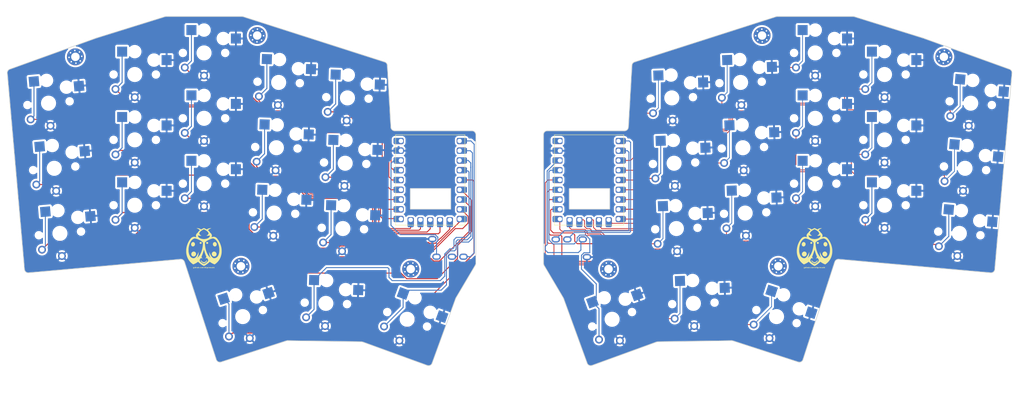
<source format=kicad_pcb>
(kicad_pcb (version 20221018) (generator pcbnew)
  (title_block (title "mushi") (rev "v1.0.0") (company "Unknown"))
  (layers (0 "F.Cu" signal) (31 "B.Cu" signal) (34 "B.Paste" user) (35 "F.Paste" user) (36 "B.SilkS" user "B.Silkscreen") (37 "F.SilkS" user "F.Silkscreen") (38 "B.Mask" user) (39 "F.Mask" user) (44 "Edge.Cuts" user))
  (net 0 "")
  (net 1 "matrix_pinky_bottom")
  (net 2 "GND")
  (net 3 "matrix_pinky_middle")
  (net 4 "matrix_pinky_top")
  (net 5 "matrix_ring_bottom")
  (net 6 "matrix_ring_middle")
  (net 7 "matrix_ring_top")
  (net 8 "matrix_middle_bottom")
  (net 9 "matrix_middle_middle")
  (net 10 "matrix_middle_top")
  (net 11 "matrix_index_bottom")
  (net 12 "matrix_index_middle")
  (net 13 "matrix_index_top")
  (net 14 "matrix_outer_bottom")
  (net 15 "matrix_outer_middle")
  (net 16 "matrix_outer_top")
  (net 17 "thumbs_inner_cluster")
  (net 18 "thumbs_middle_cluster")
  (net 19 "thumbs_outer_cluster")
  (net 20 "mirror_matrix_pinky_bottom")
  (net 21 "rGND")
  (net 22 "mirror_matrix_pinky_middle")
  (net 23 "mirror_matrix_pinky_top")
  (net 24 "mirror_matrix_ring_bottom")
  (net 25 "mirror_matrix_ring_middle")
  (net 26 "mirror_matrix_ring_top")
  (net 27 "mirror_matrix_middle_bottom")
  (net 28 "mirror_matrix_middle_middle")
  (net 29 "mirror_matrix_middle_top")
  (net 30 "mirror_matrix_index_bottom")
  (net 31 "mirror_matrix_index_middle")
  (net 32 "mirror_matrix_index_top")
  (net 33 "mirror_matrix_outer_bottom")
  (net 34 "mirror_matrix_outer_middle")
  (net 35 "mirror_matrix_outer_top")
  (net 36 "mirror_thumbs_inner_cluster")
  (net 37 "mirror_thumbs_middle_cluster")
  (net 38 "mirror_thumbs_outer_cluster")
  (net 39 "P5V")
  (net 40 "P3V3")
  (net 41 "RX")
  (net 42 "TX")
  (net 43 "rP5V")
  (net 44 "rP3V3")
  (net 45 "rRX")
  (net 46 "rTX")
  (footprint "PG1350" (layer "F.Cu") (at 194.559518 98.199212 -178)
    (fp_text reference "S71" hide)
    (fp_text value "" hide)
  )
  (footprint "PG1350" (layer "F.Cu") (at 86.228242 57.718589 178)
    (fp_text reference "S29" hide)
    (fp_text value "" hide)
  )
  (footprint "PG1350" (layer "F.Cu") (at 85.63495 74.708233 178)
    (fp_text reference "S28" hide)
    (fp_text value "" hide)
  )
  (footprint "PG1350" (layer "F.Cu") (at 207.414824 57.718589 -178)
    (fp_text reference "S65" hide)
    (fp_text value "" hide)
  )
  (footprint "PG1350" (layer "F.Cu") (at 86.821533 40.728945 178)
    (fp_text reference "S30" hide)
    (fp_text value "" hide)
  )
  (footprint "PG1350" (layer "F.Cu") (at 86.228242 57.718589 -2)
    (fp_text reference "S11" hide)
    (fp_text value "" hide)
  )
  (footprint "PG1350" (layer "F.Cu") (at 86.821533 40.728945 -2)
    (fp_text reference "S12" hide)
    (fp_text value "" hide)
  )
  (footprint "PG1350" (layer "F.Cu") (at 120.201945 102.338755 -20)
    (fp_text reference "S18" hide)
    (fp_text value "" hide)
  )
  (footprint "PG1350" (layer "F.Cu") (at 49.43495 55.668233 180)
    (fp_text reference "S23" hide)
    (fp_text value "" hide)
  )
  (footprint "PG1350" (layer "F.Cu") (at 49.43495 38.668233 180)
    (fp_text reference "S24" hide)
    (fp_text value "" hide)
  )
  (footprint "PG1350" (layer "F.Cu") (at 226.208116 50.058233)
    (fp_text reference "S44" hide)
    (fp_text value "" hide)
  )
  (footprint "PG1350" (layer "F.Cu") (at 226.208116 67.058233 180)
    (fp_text reference "S61" hide)
    (fp_text value "" hide)
  )
  (footprint "PG1350" (layer "F.Cu") (at 244.208116 72.668233 180)
    (fp_text reference "S58" hide)
    (fp_text value "" hide)
  )
  (footprint "MountingHole_2.2mm_M2_Pad_Via" (layer "F.Cu") (at 212.399084 28.526858 2)
    (fp_text reference "_6" hide)
    (fp_text value "")
  )
  (footprint "PG1350" (layer "F.Cu") (at 28.518352 63.06469 -175)
    (fp_text reference "S20" hide)
    (fp_text value "" hide)
  )
  (footprint "PG1350" (layer "F.Cu") (at 226.208116 67.058233)
    (fp_text reference "S43" hide)
    (fp_text value "" hide)
  )
  (footprint "PG1350" (layer "F.Cu") (at 49.43495 55.668233)
    (fp_text reference "S5" hide)
    (fp_text value "" hide)
  )
  (footprint "MountingHole_2.2mm_M2_Pad_Via" (layer "F.Cu") (at 259.630379 34.075515 -5)
    (fp_text reference "_5" hide)
    (fp_text value "")
  )
  (footprint "PG1350" (layer "F.Cu") (at 27.036705 46.12938 -175)
    (fp_text reference "S21" hide)
    (fp_text value "" hide)
  )
  (footprint "PG1350" (layer "F.Cu") (at 244.208116 38.668233)
    (fp_text reference "S42" hide)
    (fp_text value "" hide)
  )
  (footprint "PG1350" (layer "F.Cu") (at 208.008116 74.708233 2)
    (fp_text reference "S46" hide)
    (fp_text value "" hide)
  )
  (footprint "PG1350" (layer "F.Cu") (at 120.201945 102.338755 160)
    (fp_text reference "S36" hide)
    (fp_text value "" hide)
  )
  (footprint "RP2040-Zero" (layer "F.Cu") (at 157.318116 78.808233)
    (fp_text reference "RP2040Zero2")
    (fp_text value "")
    (fp_line (start 5 -5.13) (end 5 -10.5) (stroke (width 0.12)) (layer "Edge.Cuts"))
    (fp_line (start 5 -5.13) (end 15.5 -5.13) (stroke (width 0.12)) (layer "Edge.Cuts"))
    (fp_line (start 15.5 -10.5) (end 5 -10.5) (stroke (width 0.12)) (layer "Edge.Cuts"))
    (fp_line (start 15.5 -10.5) (end 15.5 -5.13) (stroke (width 0.12)) (layer "Edge.Cuts"))
  )
  (footprint "PG1350" (layer "F.Cu") (at 99.083548 98.199212 178)
    (fp_text reference "S35" hide)
    (fp_text value "" hide)
  )
  (footprint "PG1350" (layer "F.Cu") (at 263.643066 80 175)
    (fp_text reference "S55" hide)
    (fp_text value "" hide)
  )
  (footprint "PG1350" (layer "F.Cu") (at 216.152996 101.640387 162)
    (fp_text reference "S70" hide)
    (fp_text value "" hide)
  )
  (footprint "PG1350" (layer "F.Cu") (at 266.606361 46.12938 175)
    (fp_text reference "S57" hide)
    (fp_text value "" hide)
  )
  (footprint "PG1350" (layer "F.Cu") (at 77.49007 101.640387 18)
    (fp_text reference "S16" hide)
    (fp_text value "" hide)
  )
  (footprint "PG1350" (layer "F.Cu") (at 67.43495 50.058233 180)
    (fp_text reference "S26" hide)
    (fp_text value "" hide)
  )
  (footprint "MountingHole_2.2mm_M2_Pad_Via" (layer "F.Cu") (at 216.622807 88.544614 -18)
    (fp_text reference "_7" hide)
    (fp_text value "")
  )
  (footprint "MountingHole_2.2mm_M2_Pad_Via" (layer "F.Cu") (at 172.51456 89.267356 20)
    (fp_text reference "_8" hide)
    (fp_text value "")
  )
  (footprint "PG1350" (layer "F.Cu") (at 67.43495 67.058233 180)
    (fp_text reference "S25" hide)
    (fp_text value "" hide)
  )
  (footprint "PG1350" (layer "F.Cu") (at 244.208116 55.668233)
    (fp_text reference "S41" hide)
    (fp_text value "" hide)
  )
  (footprint "PG1350" (layer "F.Cu") (at 67.43495 33.058233)
    (fp_text reference "S9" hide)
    (fp_text value "" hide)
  )
  (footprint "PG1350" (layer "F.Cu") (at 67.43495 50.058233)
    (fp_text reference "S8" hide)
    (fp_text value "" hide)
  )
  (footprint "PG1350" (layer "F.Cu") (at 67.43495 33.058233 180)
    (fp_text reference "S27" hide)
    (fp_text value "" hide)
  )
  (footprint "PG1350" (layer "F.Cu") (at 206.821533 40.728945 2)
    (fp_text reference "S48" hide)
    (fp_text value "" hide)
  )
  (footprint "PG1350" (layer "F.Cu") (at 173.441121 102.338755 -160)
    (fp_text reference "S72" hide)
    (fp_text value "" hide)
  )
  (footprint "PG1350" (layer "F.Cu") (at 244.208116 55.668233 180)
    (fp_text reference "S59" hide)
    (fp_text value "" hide)
  )
  (footprint "PG1350" (layer "F.Cu") (at 265.124714 63.06469 -5)
    (fp_text reference "S38" hide)
    (fp_text value "" hide)
  )
  (footprint "PG1350" (layer "F.Cu") (at 226.208116 50.058233 180)
    (fp_text reference "S62" hide)
    (fp_text value "" hide)
  )
  (footprint "images:mushi" (layer "F.Cu") (at 67.431098 83.82)
    (fp_text reference "")
    (fp_text value "LOGO" hide)
  )
  (footprint "PG1350" (layer "F.Cu") (at 244.208116 38.668233 180)
    (fp_text reference "S60" hide)
    (fp_text value "" hide)
  )
  (footprint "PG1350" (layer "F.Cu") (at 265.124714 63.06469 175)
    (fp_text reference "S56" hide)
    (fp_text value "" hide)
  )
  (footprint "PG1350" (layer "F.Cu") (at 226.208116 33.058233 180)
    (fp_text reference "S63" hide)
    (fp_text value "" hide)
  )
  (footprint "images:mushi" (layer "F.Cu") (at 226.06 83.82)
    (fp_text reference "")
    (fp_text value "LOGO" hide)
  )
  (footprint "PG1350" (layer "F.Cu") (at 49.43495 72.668233 180)
    (fp_text reference "S22" hide)
    (fp_text value "" hide)
  )
  (footprint "PG1350" (layer "F.Cu") (at 188.951156 44.755065 -178)
    (fp_text reference "S69" hide)
    (fp_text value "" hide)
  )
  (footprint "PG1350" (layer "F.Cu") (at 30 80 -175)
    (fp_text reference "S19" hide)
    (fp_text value "" hide)
  )
  (footprint "RP2040-Zero" (layer "F.Cu") (at 116.03495 78.808233)
    (fp_text reference "RP2040Zero1")
    (fp_text value "")
    (fp_line (start 5 -5.13) (end 5 -10.5) (stroke (width 0.12)) (layer "Edge.Cuts"))
    (fp_line (start 5 -5.13) (end 15.5 -5.13) (stroke (width 0.12)) (layer "Edge.Cuts"))
    (fp_line (start 15.5 -10.5) (end 5 -10.5) (stroke (width 0.12)) (layer "Edge.Cuts"))
    (fp_line (start 15.5 -10.5) (end 15.5 -5.13) (stroke (width 0.12)) (layer "Edge.Cuts"))
  )
  (footprint "PG1350" (layer "F.Cu") (at 206.821533 40.728945 -178)
    (fp_text reference "S66" hide)
    (fp_text value "" hide)
  )
  (footprint "PG1350" (layer "F.Cu") (at 244.208116 72.668233)
    (fp_text reference "S40" hide)
    (fp_text value "" hide)
  )
  (footprint "TRRS-PJ-320A-dual" (layer "F.Cu") (at 138.03495 86.058233 -90)
    (fp_text reference "TRRS1")
    (fp_text value "TRRS-PJ-320A-dual")
  )
  (footprint "PG1350" (layer "F.Cu") (at 266.606361 46.12938 -5)
    (fp_text reference "S39" hide)
    (fp_text value "" hide)
  )
  (footprint "PG1350" (layer "F.Cu") (at 104.69191 44.755065 -2)
    (fp_text reference "S15" hide)
    (fp_text value "" hide)
  )
  (footprint "PG1350" (layer "F.Cu") (at 104.69191 44.755065 178)
    (fp_text reference "S33" hide)
    (fp_text value "" hide)
  )
  (footprint "PG1350" (layer "F.Cu") (at 104.098618 61.744709 178)
    (fp_text reference "S32" hide)
    (fp_text value "" hide)
  )
  (footprint "MountingHole_2.2mm_M2_Pad_Via" (layer "F.Cu") (at 81.243982 28.526858 -2)
    (fp_text reference "_2" hide)
    (fp_text value "")
  )
  (footprint "MountingHole_2.2mm_M2_Pad_Via" (layer "F.Cu") (at 77.020259 88.544614 18)
    (fp_text reference "_3" hide)
    (fp_text value "")
  )
  (footprint "PG1350" (layer "F.Cu") (at 30 80 5)
    (fp_text reference "S1" hide)
    (fp_text value "" hide)
  )
  (footprint "PG1350" (layer "F.Cu") (at 190.137739 78.734353 2)
    (fp_text reference "S49" hide)
    (fp_text value "" hide)
  )
  (footprint "PG1350" (layer "F.Cu") (at 28.518352 63.06469 5)
    (fp_text reference "S2" hide)
    (fp_text value "" hide)
  )
  (footprint "PG1350" (layer "F.Cu") (at 263.643066 80 -5)
    (fp_text reference "S37" hide)
    (fp_text value "" hide)
  )
  (footprint "PG1350" (layer "F.Cu") (at 104.098618 61.744709 -2)
    (fp_text reference "S14" hide)
    (fp_text value "" hide)
  )
  (footprint "PG1350" (layer "F.Cu") (at 194.559518 98.199212 2)
    (fp_text reference "S53" hide)
    (fp_text value "" hide)
  )
  (footprint "PG1350" (layer "F.Cu") (at 190.137739 78.734353 -178)
    (fp_text reference "S67" hide)
    (fp_text value "" hide)
  )
  (footprint "PG1350" (layer "F.Cu") (at 188.951156 44.755065 2)
    (fp_text reference "S51" hide)
    (fp_text value "" hide)
  )
  (footprint "PG1350" (layer "F.Cu") (at 99.083548 98.199212 -2)
    (fp_text reference "S17" hide)
    (fp_text value "" hide)
  )
  (footprint "PG1350" (layer "F.Cu") (at 226.208116 33.058233)
    (fp_text reference "S45" hide)
    (fp_text value "" hide)
  )
  (footprint "PG1350" (layer "F.Cu") (at 216.152996 101.640387 -18)
    (fp_text reference "S52" hide)
    (fp_text value "" hide)
  )
  (footprint "PG1350" (layer "F.Cu") (at 189.544448 61.744709 -178)
    (fp_text reference "S68" hide)
    (fp_text value "" hide)
  )
  (footprint "PG1350" (layer "F.Cu") (at 103.505327 78.734353 -2)
    (fp_text reference "S13" hide)
    (fp_text value "" hide)
  )
  (footprint "TRRS-PJ-320A-dual" (layer "F.Cu") (at 155.608116 81.558233 90)
    (fp_text reference "TRRS2")
    (fp_text value "TRRS-PJ-320A-dual")
  )
  (footprint "PG1350" (layer "F.Cu") (at 207.414824 57.718589 2)
    (fp_text reference "S47" hide)
    (fp_text value "" hide)
  )
  (footprint "PG1350" (layer "F.Cu") (at 27.036705 46.12938 5)
    (fp_text reference "S3" hide)
    (fp_text value "" hide)
  )
  (footprint "PG1350" (layer "F.Cu") (at 67.43495 67.058233)
    (fp_text reference "S7" hide)
    (fp_text value "" hide)
  )
  (footprint "PG1350" (layer "F.Cu") (at 173.441121 102.338755 20)
    (fp_text reference "S54" hide)
    (fp_text value "" hide)
  )
  (footprint "PG1350" (layer "F.Cu") (at 49.43495 38.668233)
    (fp_text reference "S6" hide)
    (fp_text value "" hide)
  )
  (footprint "PG1350" (layer "F.Cu") (at 77.49007 101.640387 -162)
    (fp_text reference "S34" hide)
    (fp_text value "" hide)
  )
  (footprint "PG1350" (layer "F.Cu") (at 85.63495 74.708233 -2)
    (fp_text reference "S10" hide)
    (fp_text value "" hide)
  )
  (footprint "MountingHole_2.2mm_M2_Pad_Via" (layer "F.Cu") (at 121.128506 89.267356 -20)
    (fp_text reference "_4" hide)
    (fp_text value "")
  )
  (footprint "PG1350" (layer "F.Cu") (at 103.505327 78.734353 178)
    (fp_text reference "S31" hide)
    (fp_text value "" hide)
  )
  (footprint "PG1350" (layer "F.Cu") (at 49.43495 72.668233)
    (fp_text reference "S4" hide)
    (fp_text value "" hide)
  )
  (footprint "MountingHole_2.2mm_M2_Pad_Via" (layer "F.Cu") (at 34.012687 34.075515 5)
    (fp_text reference "_1" hide)
    (fp_text value "")
  )
  (footprint "PG1350" (layer "F.Cu") (at 208.008116 74.708233 -178)
    (fp_text reference "S64" hide)
    (fp_text value "" hide)
  )
  (footprint "PG1350" (layer "F.Cu") (at 189.544448 61.744709 2)
    (fp_text reference "S50" hide)
    (fp_text value "" hide)
  )
  (gr_arc (start 71.866223 113.456577) (mid 71.103215 113.396527) (end 70.606149 112.814537) (stroke (width 0.15)) (layer "Edge.Cuts"))
  (gr_line (start 108.326954 108.185119) (end 89.151321 107.896769) (stroke (width 0.15)) (layer "Edge.Cuts"))
  (gr_arc (start 114.363767 35.400257) (mid 114.849041 35.740202) (end 115.056762 36.295094) (stroke (width 0.15)) (layer "Edge.Cuts"))
  (gr_line (start 223.036917 112.814537) (end 231.288676 87.418234) (stroke (width 0.15)) (layer "Edge.Cuts"))
  (gr_line (start 116.979106 53.308233) (end 137.03495 53.308233) (stroke (width 0.15)) (layer "Edge.Cuts"))
  (gr_arc (start 21.863686 90.246511) (mid 21.132759 90.017017) (end 20.778737 89.337612) (stroke (width 0.15)) (layer "Edge.Cuts"))
  (gr_line (start 178.586304 36.295094) (end 177.662311 52.365634) (stroke (width 0.15)) (layer "Edge.Cuts"))
  (gr_line (start 61.314579 86.731198) (end 21.863686 90.24651) (stroke (width 0.15)) (layer "Edge.Cuts"))
  (gr_arc (start 204.491744 107.896769) (mid 204.655784 107.907819) (end 204.815797 107.945599) (stroke (width 0.15)) (layer "Edge.Cuts"))
  (gr_arc (start 116.979106 53.308233) (mid 116.292593 53.035351) (end 115.980755 52.365634) (stroke (width 0.15)) (layer "Edge.Cuts"))
  (gr_arc (start 61.314579 86.731198) (mid 61.954601 86.892923) (end 62.35439 87.418234) (stroke (width 0.15)) (layer "Edge.Cuts"))
  (gr_arc (start 272.864328 89.337612) (mid 272.510307 90.017016) (end 271.77938 90.24651) (stroke (width 0.15)) (layer "Edge.Cuts"))
  (gr_arc (start 132.816361 96.918976) (mid 132.851938 96.833708) (end 132.895233 96.752088) (stroke (width 0.15)) (layer "Edge.Cuts"))
  (gr_line (start 236.055893 23.558233) (end 216.364529 23.558233) (stroke (width 0.15)) (layer "Edge.Cuts"))
  (gr_arc (start 16.313843 38.303637) (mid 16.467374 37.678042) (end 16.97056 37.275868) (stroke (width 0.15)) (layer "Edge.Cuts"))
  (gr_line (start 168.233079 114.344016) (end 184.989127 108.245314) (stroke (width 0.15)) (layer "Edge.Cuts"))
  (gr_arc (start 126.6917 113.746345) (mid 126.174625 114.310632) (end 125.409987 114.344016) (stroke (width 0.15)) (layer "Edge.Cuts"))
  (gr_arc (start 231.288676 87.418234) (mid 231.688465 86.892923) (end 232.328487 86.731198) (stroke (width 0.15)) (layer "Edge.Cuts"))
  (gr_arc (start 88.827268 107.9456) (mid 88.987281 107.90782) (end 89.151321 107.896769) (stroke (width 0.15)) (layer "Edge.Cuts"))
  (gr_line (start 115.056762 36.295094) (end 115.980755 52.365634) (stroke (width 0.15)) (layer "Edge.Cuts"))
  (gr_line (start 160.826705 96.918976) (end 166.951366 113.746344) (stroke (width 0.15)) (layer "Edge.Cuts"))
  (gr_arc (start 177.662311 52.365634) (mid 177.350472 53.035351) (end 176.66396 53.308233) (stroke (width 0.15)) (layer "Edge.Cuts"))
  (gr_line (start 272.864329 89.337612) (end 277.329223 38.303638) (stroke (width 0.15)) (layer "Edge.Cuts"))
  (gr_arc (start 178.586304 36.295094) (mid 178.794025 35.740202) (end 179.279299 35.400257) (stroke (width 0.15)) (layer "Edge.Cuts"))
  (gr_arc (start 57.289623 23.603527) (mid 57.436684 23.569622) (end 57.587173 23.558233) (stroke (width 0.15)) (layer "Edge.Cuts"))
  (gr_arc (start 137.03495 53.308233) (mid 137.742057 53.601126) (end 138.03495 54.308233) (stroke (width 0.15)) (layer "Edge.Cuts"))
  (gr_arc (start 108.326955 108.18512) (mid 108.492966 108.201533) (end 108.653939 108.245314) (stroke (width 0.15)) (layer "Edge.Cuts"))
  (gr_line (start 132.816361 96.918976) (end 126.6917 113.746344) (stroke (width 0.15)) (layer "Edge.Cuts"))
  (gr_line (start 276.672506 37.275868) (end 254.228923 29.175742) (stroke (width 0.15)) (layer "Edge.Cuts"))
  (gr_arc (start 276.672507 37.275869) (mid 277.175693 37.678043) (end 277.329223 38.303638) (stroke (width 0.15)) (layer "Edge.Cuts"))
  (gr_line (start 155.608116 54.308233) (end 155.608116 87.784747) (stroke (width 0.15)) (layer "Edge.Cuts"))
  (gr_line (start 20.778737 89.337612) (end 16.313843 38.303638) (stroke (width 0.15)) (layer "Edge.Cuts"))
  (gr_line (start 57.587173 23.558233) (end 77.278537 23.558233) (stroke (width 0.15)) (layer "Edge.Cuts"))
  (gr_line (start 88.827269 107.945599) (end 71.866223 113.456577) (stroke (width 0.15)) (layer "Edge.Cuts"))
  (gr_line (start 216.059173 23.605995) (end 179.279299 35.400257) (stroke (width 0.15)) (layer "Edge.Cuts"))
  (gr_arc (start 216.059173 23.605995) (mid 216.209995 23.570246) (end 216.364529 23.558233) (stroke (width 0.15)) (layer "Edge.Cuts"))
  (gr_arc (start 254.186996 29.16165) (mid 254.208037 29.168464) (end 254.228923 29.175742) (stroke (width 0.15)) (layer "Edge.Cuts"))
  (gr_line (start 155.747295 88.293655) (end 160.747833 96.752088) (stroke (width 0.15)) (layer "Edge.Cuts"))
  (gr_arc (start 223.036917 112.814537) (mid 222.539851 113.396527) (end 221.776843 113.456577) (stroke (width 0.15)) (layer "Edge.Cuts"))
  (gr_arc (start 160.747833 96.752088) (mid 160.791128 96.833708) (end 160.826705 96.918976) (stroke (width 0.15)) (layer "Edge.Cuts"))
  (gr_arc (start 138.03495 87.784747) (mid 137.999528 88.048545) (end 137.895771 88.293655) (stroke (width 0.15)) (layer "Edge.Cuts"))
  (gr_arc (start 39.414143 29.175742) (mid 39.435029 29.168464) (end 39.45607 29.16165) (stroke (width 0.15)) (layer "Edge.Cuts"))
  (gr_arc (start 236.055894 23.558233) (mid 236.206383 23.569621) (end 236.353444 23.603527) (stroke (width 0.15)) (layer "Edge.Cuts"))
  (gr_line (start 39.45607 29.16165) (end 57.289622 23.603527) (stroke (width 0.15)) (layer "Edge.Cuts"))
  (gr_line (start 254.186996 29.16165) (end 236.353444 23.603527) (stroke (width 0.15)) (layer "Edge.Cuts"))
  (gr_line (start 77.583893 23.605995) (end 114.363767 35.400257) (stroke (width 0.15)) (layer "Edge.Cuts"))
  (gr_arc (start 168.233078 114.344016) (mid 167.46844 114.310631) (end 166.951366 113.746344) (stroke (width 0.15)) (layer "Edge.Cuts"))
  (gr_line (start 204.815797 107.945599) (end 221.776843 113.456577) (stroke (width 0.15)) (layer "Edge.Cuts"))
  (gr_arc (start 184.989127 108.245313) (mid 185.1501 108.201531) (end 185.316112 108.185119) (stroke (width 0.15)) (layer "Edge.Cuts"))
  (gr_arc (start 155.608116 54.308233) (mid 155.901009 53.601126) (end 156.608116 53.308233) (stroke (width 0.15)) (layer "Edge.Cuts"))
  (gr_arc (start 77.278537 23.558233) (mid 77.433071 23.570246) (end 77.583893 23.605995) (stroke (width 0.15)) (layer "Edge.Cuts"))
  (gr_line (start 185.316112 108.185119) (end 204.491745 107.896769) (stroke (width 0.15)) (layer "Edge.Cuts"))
  (gr_line (start 137.895771 88.293655) (end 132.895233 96.752088) (stroke (width 0.15)) (layer "Edge.Cuts"))
  (gr_arc (start 155.747295 88.293655) (mid 155.643538 88.048545) (end 155.608116 87.784747) (stroke (width 0.15)) (layer "Edge.Cuts"))
  (gr_line (start 16.97056 37.275868) (end 39.414143 29.175742) (stroke (width 0.15)) (layer "Edge.Cuts"))
  (gr_line (start 138.03495 54.308233) (end 138.03495 87.784747) (stroke (width 0.15)) (layer "Edge.Cuts"))
  (gr_line (start 70.606149 112.814537) (end 62.35439 87.418234) (stroke (width 0.15)) (layer "Edge.Cuts"))
  (gr_line (start 125.409987 114.344016) (end 108.653939 108.245314) (stroke (width 0.15)) (layer "Edge.Cuts"))
  (gr_line (start 176.66396 53.308233) (end 156.608116 53.308233) (stroke (width 0.15)) (layer "Edge.Cuts"))
  (gr_line (start 232.328487 86.731198) (end 271.77938 90.24651) (stroke (width 0.15)) (layer "Edge.Cuts"))
  (segment (start 118.603506 90.313246) (end 120.082616 91.792356) (width 0.25) (layer "F.Cu") (net 1))
  (segment (start 78.264378 79.259674) (end 89.31795 90.313246) (width 0.25) (layer "F.Cu") (net 1))
  (segment (start 78.264378 76.99717) (end 78.264378 79.259674) (width 0.25) (layer "F.Cu") (net 1))
  (segment (start 37.2905 82.0895) (end 38.1 81.28) (width 0.25) (layer "F.Cu") (net 1))
  (segment (start 127.991817 91.792356) (end 133.25995 86.524223) (width 0.25) (layer "F.Cu") (net 1))
  (segment (start 136.93995 79.480619) (end 136.93995 71.387857) (width 0.25) (layer "F.Cu") (net 1))
  (segment (start 48.619644 81.28) (end 54.885739 75.013905) (width 0.25) (layer "F.Cu") (net 1))
  (segment (start 120.082616 91.792356) (end 127.991817 91.792356) (width 0.25) (layer "F.Cu") (net 1))
  (segment (start 25.350218 84.221319) (end 27.482037 82.0895) (width 0.25) (layer "F.Cu") (net 1))
  (segment (start 89.31795 90.313246) (end 118.603506 90.313246) (width 0.25) (layer "F.Cu") (net 1))
  (segment (start 54.885739 75.013905) (end 76.281113 75.013905) (width 0.25) (layer "F.Cu") (net 1))
  (segment (start 38.1 81.28) (end 48.619644 81.28) (width 0.25) (layer "F.Cu") (net 1))
  (segment (start 136.93995 71.387857) (end 134.200326 68.648233) (width 0.25) (layer "F.Cu") (net 1))
  (segment (start 27.482037 82.0895) (end 37.2905 82.0895) (width 0.25) (layer "F.Cu") (net 1))
  (segment (start 76.281113 75.013905) (end 78.264378 76.99717) (width 0.25) (layer "F.Cu") (net 1))
  (segment (start 133.25995 83.160619) (end 136.93995 79.480619) (width 0.25) (layer "F.Cu") (net 1))
  (segment (start 133.25995 86.524223) (end 133.25995 83.160619) (width 0.25) (layer "F.Cu") (net 1))
  (segment (start 26.218886 74.358077) (end 26.218886 83.352651) (width 0.25) (layer "B.Cu") (net 1))
  (segment (start 26.218886 83.352651) (end 25.350218 84.221319) (width 0.25) (layer "B.Cu") (net 1))
  (segment (start 110.742978 70.912978) (end 111.21 71.38) (width 0.25) (layer "F.Cu") (net 3))
  (segment (start 80.919094 66.49) (end 89.980812 66.49) (width 0.25) (layer "F.Cu") (net 3))
  (segment (start 39.296767 64.843233) (end 71.3183 64.843233) (width 0.25) (layer "F.Cu") (net 3))
  (segment (start 36.853991 67.286009) (end 39.296767 64.843233) (width 0.25) (layer "F.Cu") (net 3))
  (segment (start 23.86857 67.286009) (end 36.853991 67.286009) (width 0.25) (layer "F.Cu") (net 3))
  (segment (start 111.21 71.38) (end 111.21 79.07) (width 0.25) (layer "F.Cu") (net 3))
  (segment (start 112.23 80.09) (end 128.32 80.09) (width 0.25) (layer "F.Cu") (net 3))
  (segment (start 79.795274 65.36618) (end 80.919094 66.49) (width 0.25) (layer "F.Cu") (net 3))
  (segment (start 128.32 80.09) (end 128.73495 79.67505) (width 0.25) (layer "F.Cu") (net 3))
  (segment (start 111.21 79.07) (end 112.23 80.09) (width 0.25) (layer "F.Cu") (net 3))
  (segment (start 94.40379 70.912978) (end 110.742978 70.912978) (width 0.25) (layer "F.Cu") (net 3))
  (segment (start 71.841247 65.36618) (end 79.795274 65.36618) (width 0.25) (layer "F.Cu") (net 3))
  (segment (start 89.980812 66.49) (end 94.40379 70.912978) (width 0.25) (layer "F.Cu") (net 3))
  (segment (start 71.3183 64.843233) (end 71.841247 65.36618) (width 0.25) (layer "F.Cu") (net 3))
  (segment (start 128.73495 79.67505) (end 128.73495 76.478233) (width 0.25) (layer "F.Cu") (net 3))
  (segment (start 24.737238 66.417341) (end 23.86857 67.286009) (width 0.25) (layer "B.Cu") (net 3))
  (segment (start 24.737238 57.422767) (end 24.737238 66.417341) (width 0.25) (layer "B.Cu") (net 3))
  (segment (start 70.645902 48.724135) (end 69.00665 47.084883) (width 0.25) (layer "F.Cu") (net 4))
  (segment (start 83.648773 49.478198) (end 82.89471 48.724135) (width 0.25) (layer "F.Cu") (net 4))
  (segment (start 82.89471 48.724135) (end 70.645902 48.724135) (width 0.25) (layer "F.Cu") (net 4))
  (segment (start 112.67 53.79) (end 97.600812 53.79) (width 0.25) (layer "F.Cu") (net 4))
  (segment (start 97.600812 53.79) (end 93.28901 49.478198) (width 0.25) (layer "F.Cu") (net 4))
  (segment (start 41.089301 50.350699) (end 22.386923 50.350699) (width 0.25) (layer "F.Cu") (net 4))
  (segment (start 69.00665 47.084883) (end 44.355117 47.084883) (width 0.25) (layer "F.Cu") (net 4))
  (segment (start 113.73 72.79) (end 113.73 54.85) (width 0.25) (layer "F.Cu") (net 4))
  (segment (start 93.28901 49.478198) (end 83.648773 49.478198) (width 0.25) (layer "F.Cu") (net 4))
  (segment (start 113.73 54.85) (end 112.67 53.79) (width 0.25) (layer "F.Cu") (net 4))
  (segment (start 44.355117 47.084883) (end 41.089301 50.350699) (width 0.25) (layer "F.Cu") (net 4))
  (segment (start 118.57495 73.728233) (end 114.668233 73.728233) (width 0.25) (layer "F.Cu") (net 4))
  (segment (start 114.668233 73.728233) (end 113.73 72.79) (width 0.25) (layer "F.Cu") (net 4))
  (segment (start 23.255591 49.482031) (end 22.386923 50.350699) (width 0.25) (layer "B.Cu") (net 4))
  (segment (start 23.255591 40.487457) (end 23.255591 49.482031) (width 0.25) (layer "B.Cu") (net 4))
  (segment (start 50.300449 74.757733) (end 50.494277 74.563905) (width 0.25) (layer "F.Cu") (net 5))
  (segment (start 46.339278 74.563905) (end 48.375623 74.563905) (width 0.25) (layer "F.Cu") (net 5))
  (segment (start 127.06896 87.183233) (end 128.60094 87.183233) (width 0.25) (layer "F.Cu") (net 5))
  (segment (start 48.375623 74.563905) (end 48.569451 74.757733) (width 0.25) (layer "F.Cu") (net 5))
  (segment (start 50.494277 74.563905) (end 76.467509 74.563905) (width 0.25) (layer "F.Cu") (net 5))
  (segment (start 136.48995 72.98995) (end 134.688233 71.188233) (width 0.25) (layer "F.Cu") (net 5))
  (segment (start 126.40995 86.524223) (end 127.06896 87.183233) (width 0.25) (layer "F.Cu") (net 5))
  (segment (start 136.48995 79.294223) (end 136.48995 72.98995) (width 0.25) (layer "F.Cu") (net 5))
  (segment (start 78.714378 76.810774) (end 78.714378 79.073278) (width 0.25) (layer "F.Cu") (net 5))
  (segment (start 86.165323 86.524223) (end 126.40995 86.524223) (width 0.25) (layer "F.Cu") (net 5))
  (segment (start 78.714378 79.073278) (end 86.165323 86.524223) (width 0.25) (layer "F.Cu") (net 5))
  (segment (start 76.467509 74.563905) (end 78.714378 76.810774) (width 0.25) (layer "F.Cu") (net 5))
  (segment (start 128.60094 87.183233) (end 136.48995 79.294223) (width 0.25) (layer "F.Cu") (net 5))
  (segment (start 48.569451 74.757733) (end 50.300449 74.757733) (width 0.25) (layer "F.Cu") (net 5))
  (segment (start 44.43495 76.468233) (end 46.339278 74.563905) (width 0.25) (layer "F.Cu") (net 5))
  (segment (start 46.15995 74.743233) (end 44.43495 76.468233) (width 0.25) (layer "B.Cu") (net 5))
  (segment (start 46.15995 66.718233) (end 46.15995 74.743233) (width 0.25) (layer "B.Cu") (net 5))
  (segment (start 111.66 78.883604) (end 112.416396 79.64) (width 0.25) (layer "F.Cu") (net 6))
  (segment (start 126.19495 78.81505) (end 126.19495 76.478233) (width 0.25) (layer "F.Cu") (net 6))
  (segment (start 110.982978 70.462978) (end 111.66 71.14) (width 0.25) (layer "F.Cu") (net 6))
  (segment (start 75.644036 58.42) (end 83.264036 66.04) (width 0.25) (layer "F.Cu") (net 6))
  (segment (start 44.43495 59.468233) (end 45.483183 58.42) (width 0.25) (layer "F.Cu") (net 6))
  (segment (start 125.37 79.64) (end 126.19495 78.81505) (width 0.25) (layer "F.Cu") (net 6))
  (segment (start 90.167208 66.04) (end 94.590186 70.462978) (width 0.25) (layer "F.Cu") (net 6))
  (segment (start 111.66 71.14) (end 111.66 78.883604) (width 0.25) (layer "F.Cu") (net 6))
  (segment (start 94.590186 70.462978) (end 110.982978 70.462978) (width 0.25) (layer "F.Cu") (net 6))
  (segment (start 83.264036 66.04) (end 90.167208 66.04) (width 0.25) (layer "F.Cu") (net 6))
  (segment (start 112.416396 79.64) (end 125.37 79.64) (width 0.25) (layer "F.Cu") (net 6))
  (segment (start 45.483183 58.42) (end 75.644036 58.42) (width 0.25) (layer "F.Cu") (net 6))
  (segment (start 46.15995 57.743233) (end 44.43495 59.468233) (width 0.25) (layer "B.Cu") (net 6))
  (segment (start 46.15995 49.718233) (end 46.15995 57.743233) (width 0.25) (layer "B.Cu") (net 6))
  (segment (start 115.118233 71.188233) (end 118.57495 71.188233) (width 0.25) (layer "F.Cu") (net 7))
  (segment (start 114.318604 70.388604) (end 115.118233 71.188233) (width 0.25) (layer "F.Cu") (net 7))
  (segment (start 93.475406 49.028198) (end 97.787208 53.34) (width 0.25) (layer "F.Cu") (net 7))
  (segment (start 83.066971 48.26) (end 83.835169 49.028198) (width 0.25) (layer "F.Cu") (net 7))
  (segment (start 69.193046 46.634883) (end 70.818163 48.26) (width 0.25) (layer "F.Cu") (net 7))
  (segment (start 48.6016 46.634883) (end 69.193046 46.634883) (width 0.25) (layer "F.Cu") (net 7))
  (segment (start 44.43495 42.468233) (end 48.6016 46.634883) (width 0.25) (layer "F.Cu") (net 7))
  (segment (start 83.835169 49.028198) (end 93.475406 49.028198) (width 0.25) (layer "F.Cu") (net 7))
  (segment (start 70.818163 48.26) (end 83.066971 48.26) (width 0.25) (layer "F.Cu") (net 7))
  (segment (start 97.787208 53.34) (end 113.117208 53.34) (width 0.25) (layer "F.Cu") (net 7))
  (segment (start 114.318604 54.541396) (end 114.318604 70.388604) (width 0.25) (layer "F.Cu") (net 7))
  (segment (start 113.117208 53.34) (end 114.318604 54.541396) (width 0.25) (layer "F.Cu") (net 7))
  (segment (start 46.15995 40.743233) (end 44.43495 42.468233) (width 0.25) (layer "B.Cu") (net 7))
  (segment (start 46.15995 32.718233) (end 46.15995 40.743233) (width 0.25) (layer "B.Cu") (net 7))
  (segment (start 132.716396 78.74) (end 134.62 78.74) (width 0.25) (layer "F.Cu") (net 8))
  (segment (start 134.62 78.74) (end 136.03995 77.32005) (width 0.25) (layer "F.Cu") (net 8))
  (segment (start 73.398233 70.858233) (end 79.164378 76.624378) (width 0.25) (layer "F.Cu") (net 8))
  (segment (start 136.03995 75.567857) (end 134.200326 73.728233) (width 0.25) (layer "F.Cu") (net 8))
  (segment (start 79.164378 78.886882) (end 86.351719 86.074223) (width 0.25) (layer "F.Cu") (net 8))
  (segment (start 79.164378 76.624378) (end 79.164378 78.886882) (width 0.25) (layer "F.Cu") (net 8))
  (segment (start 86.351719 86.074223) (end 125.382173 86.074223) (width 0.25) (layer "F.Cu") (net 8))
  (segment (start 62.43495 70.858233) (end 73.398233 70.858233) (width 0.25) (layer "F.Cu") (net 8))
  (segment (start 125.382173 86.074223) (end 132.716396 78.74) (width 0.25) (layer "F.Cu") (net 8))
  (segment (start 136.03995 77.32005) (end 136.03995 75.567857) (width 0.25) (layer "F.Cu") (net 8))
  (segment (start 64.15995 61.108233) (end 64.15995 69.133233) (width 0.25) (layer "B.Cu") (net 8))
  (segment (start 64.15995 69.133233) (end 62.43495 70.858233) (width 0.25) (layer "B.Cu") (net 8))
  (segment (start 90.317518 65.553914) (end 94.776582 70.012978) (width 0.25) (layer "F.Cu") (net 9))
  (segment (start 123.27 79.19) (end 123.65495 78.80505) (width 0.25) (layer "F.Cu") (net 9))
  (segment (start 83.414346 65.553914) (end 90.317518 65.553914) (width 0.25) (layer "F.Cu") (net 9))
  (segment (start 123.65495 78.80505) (end 123.65495 76.478233) (width 0.25) (layer "F.Cu") (net 9))
  (segment (start 112.11 70.69) (end 112.11 78.697208) (width 0.25) (layer "F.Cu") (net 9))
  (segment (start 94.776582 70.012978) (end 111.432978 70.012978) (width 0.25) (layer "F.Cu") (net 9))
  (segment (start 111.432978 70.012978) (end 112.11 70.69) (width 0.25) (layer "F.Cu") (net 9))
  (segment (start 112.602792 79.19) (end 123.27 79.19) (width 0.25) (layer "F.Cu") (net 9))
  (segment (start 75.830432 57.97) (end 83.414346 65.553914) (width 0.25) (layer "F.Cu") (net 9))
  (segment (start 62.43495 53.858233) (end 66.546717 57.97) (width 0.25) (layer "F.Cu") (net 9))
  (segment (start 66.546717 57.97) (end 75.830432 57.97) (width 0.25) (layer "F.Cu") (net 9))
  (segment (start 112.11 78.697208) (end 112.602792 79.19) (width 0.25) (layer "F.Cu") (net 9))
  (segment (start 64.15995 44.108233) (end 64.15995 52.133233) (width 0.25) (layer "B.Cu") (net 9))
  (segment (start 64.15995 52.133233) (end 62.43495 53.858233) (width 0.25) (layer "B.Cu") (net 9))
  (segment (start 81.28 45.72) (end 81.163367 45.72) (width 0.25) (layer "F.Cu") (net 10))
  (segment (start 76.009881 40.566515) (end 66.143232 40.566515) (width 0.25) (layer "F.Cu") (net 10))
  (segment (start 115.958233 68.648233) (end 115 67.69) (width 0.25) (layer "F.Cu") (net 10))
  (segment (start 113.303604 52.89) (end 97.973604 52.89) (width 0.25) (layer "F.Cu") (net 10))
  (segment (start 93.661802 48.578198) (end 84.138198 48.578198) (width 0.25) (layer "F.Cu") (net 10))
  (segment (start 118.57495 68.648233) (end 115.958233 68.648233) (width 0.25) (layer "F.Cu") (net 10))
  (segment (start 66.143232 40.566515) (end 62.43495 36.858233) (width 0.25) (layer "F.Cu") (net 10))
  (segment (start 115 67.69) (end 115 54.586396) (width 0.25) (layer "F.Cu") (net 10))
  (segment (start 84.138198 48.578198) (end 81.28 45.72) (width 0.25) (layer "F.Cu") (net 10))
  (segment (start 115 54.586396) (end 113.303604 52.89) (width 0.25) (layer "F.Cu") (net 10))
  (segment (start 97.973604 52.89) (end 93.661802 48.578198) (width 0.25) (layer "F.Cu") (net 10))
  (segment (start 81.163367 45.72) (end 76.009881 40.566515) (width 0.25) (layer "F.Cu") (net 10))
  (segment (start 64.15995 27.108233) (end 64.15995 35.133233) (width 0.25) (layer "B.Cu") (net 10))
  (segment (start 64.15995 35.133233) (end 62.43495 36.858233) (width 0.25) (layer "B.Cu") (net 10))
  (segment (start 102.213718 83.82) (end 102.743959 83.289759) (width 0.25) (layer "F.Cu") (net 11))
  (segment (start 121.389759 83.289759) (end 121.92 83.82) (width 0.25) (layer "F.Cu") (net 11))
  (segment (start 121.92 83.82) (end 127 83.82) (width 0.25) (layer "F.Cu") (net 11))
  (segment (start 133.81495 77.00505) (end 133.81495 76.268233) (width 0.25) (layer "F.Cu") (net 11))
  (segment (start 91.031421 78.331421) (end 96.52 83.82) (width 0.25) (layer "F.Cu") (net 11))
  (segment (start 96.52 83.82) (end 102.213718 83.82) (width 0.25) (layer "F.Cu") (net 11))
  (segment (start 127 83.82) (end 133.81495 77.00505) (width 0.25) (layer "F.Cu") (net 11))
  (segment (start 80.505378 78.331421) (end 91.031421 78.331421) (width 0.25) (layer "F.Cu") (net 11))
  (segment (start 102.743959 83.289759) (end 121.389759 83.289759) (width 0.25) (layer "F.Cu") (net 11))
  (segment (start 82.569597 76.267202) (end 80.505378 78.331421) (width 0.25) (layer "B.Cu") (net 11))
  (segment (start 82.569597 68.647562) (end 82.569597 76.267202) (width 0.25) (layer "B.Cu") (net 11))
  (segment (start 81.09867 61.341777) (end 81.09867 62.601842) (width 0.25) (layer "F.Cu") (net 12))
  (segment (start 120.95 78.74) (end 121.11495 78.57505) (width 0.25) (layer "F.Cu") (net 12))
  (segment (start 94.962978 69.562978) (end 111.772978 69.562978) (width 0.25) (layer "F.Cu") (net 12))
  (segment (start 81.09867 62.601842) (end 83.600742 65.103914) (width 0.25) (layer "F.Cu") (net 12))
  (segment (start 112.83 70.62) (end 112.83 78.48) (width 0.25) (layer "F.Cu") (net 12))
  (segment (start 111.772978 69.562978) (end 112.83 70.62) (width 0.25) (layer "F.Cu") (net 12))
  (segment (start 83.600742 65.103914) (end 90.503914 65.103914) (width 0.25) (layer "F.Cu") (net 12))
  (segment (start 121.11495 78.57505) (end 121.11495 76.478233) (width 0.25) (layer "F.Cu") (net 12))
  (segment (start 113.09 78.74) (end 120.95 78.74) (width 0.25) (layer "F.Cu") (net 12))
  (segment (start 90.503914 65.103914) (end 94.962978 69.562978) (width 0.25) (layer "F.Cu") (net 12))
  (segment (start 112.83 78.48) (end 113.09 78.74) (width 0.25) (layer "F.Cu") (net 12))
  (segment (start 83.162889 59.277558) (end 81.09867 61.341777) (width 0.25) (layer "B.Cu") (net 12))
  (segment (start 83.162889 51.657918) (end 83.162889 59.277558) (width 0.25) (layer "B.Cu") (net 12))
  (segment (start 115.45 54.4) (end 113.49 52.44) (width 0.25) (layer "F.Cu") (net 13))
  (segment (start 115.45 65.272263) (end 115.45 54.4) (width 0.25) (layer "F.Cu") (net 13))
  (segment (start 98.16 52.44) (end 93.848198 48.128198) (width 0.25) (layer "F.Cu") (net 13))
  (segment (start 116.28597 66.108233) (end 115.45 65.272263) (width 0.25) (layer "F.Cu") (net 13))
  (segment (start 118.57495 66.108233) (end 116.28597 66.108233) (width 0.25) (layer "F.Cu") (net 13))
  (segment (start 81.691961 45.495565) (end 81.691961 44.352133) (width 0.25) (layer "F.Cu") (net 13))
  (segment (start 93.848198 48.128198) (end 84.324594 48.128198) (width 0.25) (layer "F.Cu") (net 13))
  (segment (start 84.324594 48.128198) (end 81.691961 45.495565) (width 0.25) (layer "F.Cu") (net 13))
  (segment (start 113.49 52.44) (end 98.16 52.44) (width 0.25) (layer "F.Cu") (net 13))
  (segment (start 83.75618 42.287914) (end 81.691961 44.352133) (width 0.25) (layer "B.Cu") (net 13))
  (segment (start 83.75618 34.668274) (end 83.75618 42.287914) (width 0.25) (layer "B.Cu") (net 13))
  (segment (start 125.96896 82.583233) (end 127.50094 82.583233) (width 0.25) (layer "F.Cu") (net 14))
  (segment (start 131.27495 78.908654) (end 131.27495 76.478233) (width 0.25) (layer "F.Cu") (net 14))
  (segment (start 127.50094 82.583233) (end 128.804173 81.28) (width 0.25) (layer "F.Cu") (net 14))
  (segment (start 128.804173 81.28) (end 128.903604 81.28) (width 0.25) (layer "F.Cu") (net 14))
  (segment (start 128.903604 81.28) (end 131.27495 78.908654) (width 0.25) (layer "F.Cu") (net 14))
  (segment (start 98.375755 82.357541) (end 125.743268 82.357541) (width 0.25) (layer "F.Cu") (net 14))
  (segment (start 125.743268 82.357541) (end 125.96896 82.583233) (width 0.25) (layer "F.Cu") (net 14))
  (segment (start 100.439974 72.673682) (end 100.439974 80.293322) (width 0.25) (layer "B.Cu") (net 14))
  (segment (start 100.439974 80.293322) (end 98.375755 82.357541) (width 0.25) (layer "B.Cu") (net 14))
  (segment (start 105.607897 65.32) (end 112.83 65.32) (width 0.25) (layer "F.Cu") (net 15))
  (segment (start 113.28 75.61) (end 113.81 76.14) (width 0.25) (layer "F.Cu") (net 15))
  (segment (start 112.83 65.32) (end 113.28 65.77) (width 0.25) (layer "F.Cu") (net 15))
  (segment (start 113.28 65.77) (end 113.28 75.61) (width 0.25) (layer "F.Cu") (net 15))
  (segment (start 98.969046 65.367897) (end 105.56 65.367897) (width 0.25) (layer "F.Cu") (net 15))
  (segment (start 113.81 76.14) (end 118.446717 76.14) (width 0.25) (layer "F.Cu") (net 15))
  (segment (start 105.56 65.367897) (end 105.607897 65.32) (width 0.25) (layer "F.Cu") (net 15))
  (segment (start 101.033265 63.303678) (end 98.969046 65.367897) (width 0.25) (layer "B.Cu") (net 15))
  (segment (start 101.033265 55.684038) (end 101.033265 63.303678) (width 0.25) (layer "B.Cu") (net 15))
  (segment (start 118.57495 63.568233) (end 116.718233 63.568233) (width 0.25) (layer "F.Cu") (net 16))
  (segment (start 116.03 53.96) (end 114.06 51.99) (width 0.25) (layer "F.Cu") (net 16))
  (segment (start 107.87 51.99) (end 104.258253 48.378253) (width 0.25) (layer "F.Cu") (net 16))
  (segment (start 116.718233 63.568233) (end 116.03 62.88) (width 0.25) (layer "F.Cu") (net 16))
  (segment (start 114.06 51.99) (end 107.87 51.99) (width 0.25) (layer "F.Cu") (net 16))
  (segment (start 104.258253 48.378253) (end 99.562338 48.378253) (width 0.25) (layer "F.Cu") (net 16))
  (segment (start 116.03 62.88) (end 116.03 53.96) (width 0.25) (layer "F.Cu") (net 16))
  (segment (start 101.626557 38.694394) (end 101.626557 46.314034) (width 0.25) (layer "B.Cu") (net 16))
  (segment (start 101.626557 46.314034) (end 99.562338 48.378253) (width 0.25) (layer "B.Cu") (net 16))
  (segment (start 137.55995 85.224223) (end 137.55995 66.43995) (width 0.25) (layer "F.Cu") (net 17))
  (segment (start 137.228233 66.108233) (end 133.81495 66.108233) (width 0.25) (layer "F.Cu") (net 17))
  (segment (start 121.067444 104.428255) (end 122.291445 103.204254) (width 0.25) (layer "F.Cu") (net 17))
  (segment (start 81.28 106.68) (end 116.104173 106.68) (width 0.25) (layer "F.Cu") (net 17))
  (segment (start 116.104173 106.68) (end 118.355918 104.428255) (width 0.25) (layer "F.Cu") (net 17))
  (segment (start 137.55995 66.43995) (end 137.228233 66.108233) (width 0.25) (layer "F.Cu") (net 17))
  (segment (start 118.355918 104.428255) (end 121.067444 104.428255) (width 0.25) (layer "F.Cu") (net 17))
  (segment (start 122.291445 100.492728) (end 137.55995 85.224223) (width 0.25) (layer "F.Cu") (net 17))
  (segment (start 73.909052 106.799487) (end 74.797919 105.91062) (width 0.25) (layer "F.Cu") (net 17))
  (segment (start 122.291445 103.204254) (end 122.291445 100.492728) (width 0.25) (layer "F.Cu") (net 17))
  (segment (start 80.51062 105.91062) (end 81.28 106.68) (width 0.25) (layer "F.Cu") (net 17))
  (segment (start 74.797919 105.91062) (end 80.51062 105.91062) (width 0.25) (layer "F.Cu") (net 17))
  (segment (start 72.536709 96.993631) (end 73.909052 98.365974) (width 0.25) (layer "B.Cu") (net 17))
  (segment (start 73.909052 98.365974) (end 73.909052 106.799487) (width 0.25) (layer "B.Cu") (net 17))
  (segment (start 132.05 84.02) (end 131.282158 84.02) (width 0.25) (layer "B.Cu") (net 18))
  (segment (start 96.018195 99.758181) (end 93.953976 101.8224) (width 0.25) (layer "B.Cu") (net 18))
  (segment (start 134.006717 63.76) (end 135.990343 63.76) (width 0.25) (layer "B.Cu") (net 18))
  (segment (start 132.95 81.05) (end 132.36 81.64) (width 0.25) (layer "B.Cu") (net 18))
  (segment (start 136.270343 64.04) (end 136.270343 80.269657) (width 0.25) (layer "B.Cu") (net 18))
  (segment (start 115.48 89.23) (end 115.15 88.9) (width 0.25) (layer "B.Cu") (net 18))
  (segment (start 132.36 83.71) (end 132.05 84.02) (width 0.25) (layer "B.Cu") (net 18))
  (segment (start 96.018195 92.138541) (end 96.018195 99.758181) (width 0.25) (layer "B.Cu") (net 18))
  (segment (start 136.270343 80.269657) (end 135.49 81.05) (width 0.25) (layer "B.Cu") (net 18))
  (segment (start 132.36 81.64) (end 132.36 83.71) (width 0.25) (layer "B.Cu") (net 18))
  (segment (start 115.48 91.44) (end 115.48 89.23) (width 0.25) (layer "B.Cu") (net 18))
  (segment (start 129.95995 85.342208) (end 129.95995 91.13005) (width 0.25) (layer "B.Cu") (net 18))
  (segment (start 129.95995 91.13005) (end 128.81 92.28) (width 0.25) (layer "B.Cu") (net 18))
  (segment (start 115.15 88.9) (end 99.256736 88.9) (width 0.25) (layer "B.Cu") (net 18))
  (segment (start 131.282158 84.02) (end 129.95995 85.342208) (width 0.25) (layer "B.Cu") (net 18))
  (segment (start 135.990343 63.76) (end 136.270343 64.04) (width 0.25) (layer "B.Cu") (net 18))
  (segment (start 99.256736 88.9) (end 96.018195 92.138541) (width 0.25) (layer "B.Cu") (net 18))
  (segment (start 128.81 92.28) (end 116.32 92.28) (width 0.25) (layer "B.Cu") (net 18))
  (segment (start 135.49 81.05) (end 132.95 81.05) (width 0.25) (layer "B.Cu") (net 18))
  (segment (start 116.32 92.28) (end 115.48 91.44) (width 0.25) (layer "B.Cu") (net 18))
  (segment (start 136.720343 80.739657) (end 136.720343 62.835393) (width 0.25) (layer "B.Cu") (net 19))
  (segment (start 133.309277 81.680723) (end 135.779277 81.680723) (width 0.25) (layer "B.Cu") (net 19))
  (segment (start 119.159472 99.243819) (end 114.203805 104.199486) (width 0.25) (layer "B.Cu") (net 19))
  (segment (start 130.40995 93.40005) (end 130.40995 85.528604) (width 0.25) (layer "B.Cu") (net 19))
  (segment (start 136.71 62.82505) (end 136.71 61.67) (width 0.25) (layer "B.Cu") (net 19))
  (segment (start 132.9 82.09) (end 133.309277 81.680723) (width 0.25) (layer "B.Cu") (net 19))
  (segment (start 119.159472 95.627468) (end 119.159472 99.243819) (width 0.25) (layer "B.Cu") (net 19))
  (segment (start 131.398554 84.54) (end 132.52 84.54) (width 0.25) (layer "B.Cu") (net 19))
  (segment (start 136.720343 62.835393) (end 136.71 62.82505) (width 0.25) (layer "B.Cu") (net 19))
  (segment (start 136.068233 61.028233) (end 133.81495 61.028233) (width 0.25) (layer "B.Cu") (net 19))
  (segment (start 120.00694 94.78) (end 129.03 94.78) (width 0.25) (layer "B.Cu") (net 19))
  (segment (start 129.03 94.78) (end 130.40995 93.40005) (width 0.25) (layer "B.Cu") (net 19))
  (segment (start 135.779277 81.680723) (end 136.720343 80.739657) (width 0.25) (layer "B.Cu") (net 19))
  (segment (start 132.52 84.54) (end 132.9 84.16) (width 0.25) (layer "B.Cu") (net 19))
  (segment (start 136.71 61.67) (end 136.068233 61.028233) (width 0.25) (layer "B.Cu") (net 19))
  (segment (start 132.9 84.16) (end 132.9 82.09) (width 0.25) (layer "B.Cu") (net 19))
  (segment (start 130.40995 85.528604) (end 131.398554 84.54) (width 0.25) (layer "B.Cu") (net 19))
  (segment (start 157.291767 71.188233) (end 159.858116 71.188233) (width 0.25) (layer "F.Cu") (net 20))
  (segment (start 168.98 85.8) (end 168.98 86.94) (width 0.25) (layer "F.Cu") (net 20))
  (segment (start 157.03 80.036466) (end 157.03 71.45) (width 0.25) (layer "F.Cu") (net 20))
  (segment (start 160.383116 80.773116) (end 160.043233 80.433233) (width 0.25) (layer "F.Cu") (net 20))
  (segment (start 157.426767 80.433233) (end 157.03 80.036466) (width 0.25) (layer "F.Cu") (net 20))
  (segment (start 187.792464 85.397536) (end 169.382464 85.397536) (width 0.25) (layer "F.Cu") (net 20))
  (segment (start 157.03 71.45) (end 157.291767 71.188233) (width 0.25) (layer "F.Cu") (net 20))
  (segment (start 188.36 84.83) (end 187.792464 85.397536) (width 0.25) (layer "F.Cu") (net 20))
  (segment (start 169.382464 85.397536) (end 168.98 85.8) (width 0.25) (layer "F.Cu") (net 20))
  (segment (start 188.36 83.425588) (end 188.36 84.83) (width 0.25) (layer "F.Cu") (net 20))
  (segment (start 188.920909 82.864679) (end 257.845819 82.864679) (width 0.25) (layer "F.Cu") (net 20))
  (segment (start 168.636767 87.283233) (end 160.863233 87.283233) (width 0.25) (layer "F.Cu") (net 20))
  (segment (start 188.920909 82.864679) (end 188.36 83.425588) (width 0.25) (layer "F.Cu") (net 20))
  (segment (start 160.383116 86.803116) (end 160.383116 80.773116) (width 0.25) (layer "F.Cu") (net 20))
  (segment (start 168.98 86.94) (end 168.636767 87.283233) (width 0.25) (layer "F.Cu") (net 20))
  (segment (start 160.863233 87.283233) (end 160.383116 86.803116) (width 0.25) (layer "F.Cu") (net 20))
  (segment (start 160.043233 80.433233) (end 157.426767 80.433233) (width 0.25) (layer "F.Cu") (net 20))
  (segment (start 260.899105 73.787206) (end 260.899105 80.781557) (width 0.25) (layer "B.Cu") (net 20))
  (segment (start 260.899105 80.781557) (end 258.330901 83.349761) (width 0.25) (layer "B.Cu") (net 20))
  (segment (start 259.593233 64.843233) (end 259.812549 65.062549) (width 0.2) (layer "F.Cu") (net 22))
  (segment (start 168.488233 76.478233) (end 168.63 76.62) (width 0.2) (layer "F.Cu") (net 22))
  (segment (start 229.1 60.95) (end 229.86 60.19) (width 0.2) (layer "F.Cu") (net 22))
  (segment (start 259.812549 65.062549) (end 259.812549 66.414451) (width 0.2) (layer "F.Cu") (net 22))
  (segment (start 228.05 63.95) (end 229.1 62.9) (width 0.2) (layer "F.Cu") (net 22))
  (segment (start 211.85 66.71) (end 213.19 65.37) (width 0.2) (layer "F.Cu") (net 22))
  (segment (start 201.88 66.71) (end 211.85 66.71) (width 0.2) (layer "F.Cu") (net 22))
  (segment (start 213.19 65.37) (end 213.19 64.53) (width 0.2) (layer "F.Cu") (net 22))
  (segment (start 213.19 64.53) (end 213.77 63.95) (width 0.2) (layer "F.Cu") (net 22))
  (segment (start 200.865 69.775) (end 200.865 67.725) (width 0.2) (layer "F.Cu") (net 22))
  (segment (start 229.1 62.9) (end 229.1 60.95) (width 0.2) (layer "F.Cu") (net 22))
  (segment (start 169.33 79.19) (end 182.65 79.19) (width 0.2) (layer "F.Cu") (net 22))
  (segment (start 236.663233 64.843233) (end 259.593233 64.843233) (width 0.2) (layer "F.Cu") (net 22))
  (segment (start 213.77 63.95) (end 228.05 63.95) (width 0.2) (layer "F.Cu") (net 22))
  (segment (start 168.63 78.49) (end 169.33 79.19) (width 0.2) (layer "F.Cu") (net 22))
  (segment (start 200.865 67.725) (end 201.88 66.71) (width 0.2) (layer "F.Cu") (net 22))
  (segment (start 234.92 60.19) (end 235.58 60.85) (width 0.2) (layer "F.Cu") (net 22))
  (segment (start 183.85 70.75) (end 199.89 70.75) (width 0.2) (layer "F.Cu") (net 22))
  (segment (start 167.478116 76.478233) (end 168.488233 76.478233) (width 0.2) (layer "F.Cu") (net 22))
  (segment (start 235.58 63.76) (end 236.663233 64.843233) (width 0.2) (layer "F.Cu") (net 22))
  (segment (start 183.31 78.53) (end 183.31 71.29) (width 0.2) (layer "F.Cu") (net 22))
  (segment (start 235.58 60.85) (end 235.58 63.76) (width 0.2) (layer "F.Cu") (net 22))
  (segment (start 199.89 70.75) (end 200.865 69.775) (width 0.2) (layer "F.Cu") (net 22))
  (segment (start 229.86 60.19) (end 234.92 60.19) (width 0.2) (layer "F.Cu") (net 22))
  (segment (start 182.65 79.19) (end 183.31 78.53) (width 0.2) (layer "F.Cu") (net 22))
  (segment (start 168.63 76.62) (end 168.63 78.49) (width 0.2) (layer "F.Cu") (net 22))
  (segment (start 183.31 71.29) (end 183.85 70.75) (width 0.2) (layer "F.Cu") (net 22))
  (segment (start 262.380753 63.846247) (end 259.812549 66.414451) (width 0.2) (layer "B.Cu") (net 22))
  (segment (start 262.380753 56.851896) (end 262.380753 63.846247) (width 0.2) (layer "B.Cu") (net 22))
  (segment (start 204.74 52.49) (end 204.74 49.938198) (width 0.2) (layer "F.Cu") (net 23))
  (segment (start 233.428233 42.918233) (end 233.84 43.33) (width 0.2) (layer "F.Cu") (net 23))
  (segment (start 220.08 48.14) (end 220.08 47.23) (width 0.2) (layer "F.Cu") (net 23))
  (segment (start 228.88 45.49) (end 228.88 43.4) (width 0.2) (layer "F.Cu") (net 23))
  (segment (start 234.65 47.843233) (end 260.987429 47.843233) (width 0.2) (layer "F.Cu") (net 23))
  (segment (start 229.361767 42.918233) (end 233.428233 42.918233) (width 0.2) (layer "F.Cu") (net 23))
  (segment (start 204.74 49.938198) (end 205.65 49.028198) (width 0.2) (layer "F.Cu") (net 23))
  (segment (start 180.9 70.08) (end 180.9 55.34) (width 0.2) (layer "F.Cu") (net 23))
  (segment (start 182.369552 53.870448) (end 203.359552 53.870448) (width 0.2) (layer "F.Cu") (net 23))
  (segment (start 261.294196 48.15) (end 261.294196 49.479141) (width 0.2) (layer "F.Cu") (net 23))
  (segment (start 203.359552 53.870448) (end 204.74 52.49) (width 0.2) (layer "F.Cu") (net 23))
  (segment (start 219.191802 49.028198) (end 220.08 48.14) (width 0.2) (layer "F.Cu") (net 23))
  (segment (start 180.9 55.34) (end 182.369552 53.870448) (width 0.2) (layer "F.Cu") (net 23))
  (segment (start 233.84 47.033233) (end 234.65 47.843233) (width 0.2) (layer "F.Cu") (net 23))
  (segment (start 260.987429 47.843233) (end 261.294196 48.15) (width 0.2) (layer "F.Cu") (net 23))
  (segment (start 205.65 49.028198) (end 219.191802 49.028198) (width 0.2) (layer "F.Cu") (net 23))
  (segment (start 220.73 46.58) (end 227.79 46.58) (width 0.2) (layer "F.Cu") (net 23))
  (segment (start 227.79 46.58) (end 228.88 45.49) (width 0.2) (layer "F.Cu") (net 23))
  (segment (start 175.098116 71.188233) (end 179.791767 71.188233) (width 0.2) (layer "F.Cu") (net 23))
  (segment (start 233.84 43.33) (end 233.84 47.033233) (width 0.2) (layer "F.Cu") (net 23))
  (segment (start 220.08 47.23) (end 220.73 46.58) (width 0.2) (layer "F.Cu") (net 23))
  (segment (start 228.88 43.4) (end 229.361767 42.918233) (width 0.2) (layer "F.Cu") (net 23))
  (segment (start 179.791767 71.188233) (end 180.9 70.08) (width 0.2) (layer "F.Cu") (net 23))
  (segment (start 263.8624 46.910937) (end 261.294196 49.479141) (width 0.2) (layer "B.Cu") (net 23))
  (segment (start 263.8624 39.916586) (end 263.8624 46.910937) (width 0.2) (layer "B.Cu") (net 23))
  (segment (start 163.74 82.03) (end 163.74 80.41) (width 0.25) (layer "F.Cu") (net 24))
  (segment (start 163.74 80.41) (end 163.2 79.87) (width 0.25) (layer "F.Cu") (net 24))
  (segment (start 158.19 79.87) (end 157.48 79.16) (width 0.25) (layer "F.Cu") (net 24))
  (segment (start 169.43 84.18) (end 169.43 83.2557) (width 0.25) (layer "F.Cu") (net 24))
  (segment (start 157.48 79.16) (end 157.48 73.94) (width 0.25) (layer "F.Cu") (net 24))
  (segment (start 188.425321 82.414679) (end 187.894596 82.945404) (width 0.25) (layer "F.Cu") (net 24))
  (segment (start 239.208116 81.281884) (end 238.075321 82.414679) (width 0.25) (layer "F.Cu") (net 24))
  (segment (start 169.43 83.2557) (end 168.857533 82.683233) (width 0.25) (layer "F.Cu") (net 24))
  (segment (start 239.208116 76.468233) (end 239.208116 81.281884) (width 0.25) (layer "F.Cu") (net 24))
  (segment (start 163.2 79.87) (end 158.19 79.87) (width 0.25) (layer "F.Cu") (net 24))
  (segment (start 187.894596 84.465404) (end 187.412464 84.947536) (width 0.25) (layer "F.Cu") (net 24))
  (segment (start 157.48 73.94) (end 157.69 73.73) (width 0.25) (layer "F.Cu") (net 24))
  (segment (start 168.857533 82.683233) (end 164.393233 82.683233) (width 0.25) (layer "F.Cu") (net 24))
  (segment (start 187.894596 82.945404) (end 187.894596 84.465404) (width 0.25) (layer "F.Cu") (net 24))
  (segment (start 238.075321 82.414679) (end 188.425321 82.414679) (width 0.25) (layer "F.Cu") (net 24))
  (segment (start 187.412464 84.947536) (end 170.197536 84.947536) (width 0.25) (layer "F.Cu") (net 24))
  (segment (start 164.393233 82.683233) (end 163.74 82.03) (width 0.25) (layer "F.Cu") (net 24))
  (segment (start 170.197536 84.947536) (end 169.43 84.18) (width 0.25) (layer "F.Cu") (net 24))
  (segment (start 157.69 73.73) (end 159.856349 73.73) (width 0.25) (layer "F.Cu") (net 24))
  (segment (start 240.933116 66.718233) (end 240.933116 74.743233) (width 0.25) (layer "B.Cu") (net 24))
  (segment (start 240.933116 74.743233) (end 239.208116 76.468233) (width 0.25) (layer "B.Cu") (net 24))
  (segment (start 182.15 78.74) (end 182.81 78.08) (width 0.2) (layer "F.Cu") (net 25))
  (segment (start 200.4 67.08) (end 201.4 66.08) (width 0.2) (layer "F.Cu") (net 25))
  (segment (start 212.72 64.27) (end 213.49 63.5) (width 0.2) (layer "F.Cu") (net 25))
  (segment (start 182.81 78.08) (end 182.81 70.88) (width 0.2) (layer "F.Cu") (net 25))
  (segment (start 228.66 62.41) (end 228.66 60.12) (width 0.2) (layer "F.Cu") (net 25))
  (segment (start 211.69 66.08) (end 212.72 65.05) (width 0.2) (layer "F.Cu") (net 25))
  (segment (start 200.4 69.63) (end 200.4 67.08) (width 0.2) (layer "F.Cu") (net 25))
  (segment (start 182.81 70.88) (end 183.34 70.35) (width 0.2) (layer "F.Cu") (net 25))
  (segment (start 229.311767 59.468233) (end 239.208116 59.468233) (width 0.2) (layer "F.Cu") (net 25))
  (segment (start 228.66 60.12) (end 229.311767 59.468233) (width 0.2) (layer "F.Cu") (net 25))
  (segment (start 170.75 78.74) (end 182.15 78.74) (width 0.2) (layer "F.Cu") (net 25))
  (segment (start 183.34 70.35) (end 199.68 70.35) (width 0.2) (layer "F.Cu") (net 25))
  (segment (start 212.72 65.05) (end 212.72 64.27) (width 0.2) (layer "F.Cu") (net 25))
  (segment (start 227.57 63.5) (end 228.66 62.41) (width 0.2) (layer "F.Cu") (net 25))
  (segment (start 201.4 66.08) (end 211.69 66.08) (width 0.2) (layer "F.Cu") (net 25))
  (segment (start 213.49 63.5) (end 227.57 63.5) (width 0.2) (layer "F.Cu") (net 25))
  (segment (start 199.68 70.35) (end 200.4 69.63) (width 0.2) (layer "F.Cu") (net 25))
  (segment (start 170.018116 78.008116) (end 170.75 78.74) (width 0.2) (layer "F.Cu") (net 25))
  (segment (start 240.933116 57.743233) (end 239.208116 59.468233) (width 0.2) (layer "B.Cu") (net 25))
  (segment (start 240.933116 49.718233) (end 240.933116 57.743233) (width 0.2) (layer "B.Cu") (net 25))
  (segment (start 227.56 46.13) (end 228.43 45.26) (width 0.2) (layer "F.Cu") (net 26))
  (segment (start 219.5 47.95) (end 219.5 47.16) (width 0.2) (layer "F.Cu") (net 26))
  (segment (start 180.44 68.11) (end 180.44 54.77) (width 0.2) (layer "F.Cu") (net 26))
  (segment (start 228.43 45.26) (end 228.43 43.05) (width 0.2) (layer "F.Cu") (net 26))
  (segment (start 204.29 49.568198) (end 205.28 48.578198) (width 0.2) (layer "F.Cu") (net 26))
  (segment (start 220.53 46.13) (end 227.56 46.13) (width 0.2) (layer "F.Cu") (net 26))
  (segment (start 181.87 53.34) (end 203.22 53.34) (width 0.2) (layer "F.Cu") (net 26))
  (segment (start 203.22 53.34) (end 204.29 52.27) (width 0.2) (layer "F.Cu") (net 26))
  (segment (start 218.871802 48.578198) (end 219.5 47.95) (width 0.2) (layer "F.Cu") (net 26))
  (segment (start 228.41 43.03) (end 228.971767 42.468233) (width 0.2) (layer "F.Cu") (net 26))
  (segment (start 204.29 52.27) (end 204.29 49.568198) (width 0.2) (layer "F.Cu") (net 26))
  (segment (start 179.901767 68.648233) (end 180.44 68.11) (width 0.2) (layer "F.Cu") (net 26))
  (segment (start 219.5 47.16) (end 220.53 46.13) (width 0.2) (layer "F.Cu") (net 26))
  (segment (start 205.28 48.578198) (end 218.871802 48.578198) (width 0.2) (layer "F.Cu") (net 26))
  (segment (start 175.098116 68.648233) (end 179.901767 68.648233) (width 0.2) (layer "F.Cu") (net 26))
  (segment (start 228.971767 42.468233) (end 239.208116 42.468233) (width 0.2) (layer "F.Cu") (net 26))
  (segment (start 228.43 43.05) (end 228.41 43.03) (width 0.2) (layer "F.Cu") (net 26))
  (segment (start 180.44 54.77) (end 181.87 53.34) (width 0.2) (layer "F.Cu") (net 26))
  (segment (start 240.933116 40.743233) (end 239.208116 42.468233) (width 0.2) (layer "B.Cu") (net 26))
  (segment (start 240.933116 32.718233) (end 240.933116 40.743233) (width 0.2) (layer "B.Cu") (net 26))
  (segment (start 159.858116 76.268233) (end 159.858116 78.928116) (width 0.2) (layer "F.Cu") (net 27))
  (segment (start 187.469596 84.040404) (end 187.469596 82.620404) (width 0.2) (layer "F.Cu") (net 27))
  (segment (start 160.33 79.4) (end 166.210696 79.4) (width 0.2) (layer "F.Cu") (net 27))
  (segment (start 166.210696 79.4) (end 166.52 79.709304) (width 0.2) (layer "F.Cu") (net 27))
  (segment (start 166.52 79.709304) (end 166.52 80.37) (width 0.2) (layer "F.Cu") (net 27))
  (segment (start 219.845321 81.964679) (end 221.208116 80.601884) (width 0.2) (layer "F.Cu") (net 27))
  (segment (start 187.469596 82.620404) (end 188.125321 81.964679) (width 0.2) (layer "F.Cu") (net 27))
  (segment (start 166.52 80.37) (end 166.69 80.54) (width 0.2) (layer "F.Cu") (net 27))
  (segment (start 170.77 83.98) (end 171.287536 84.497536) (width 0.2) (layer "F.Cu") (net 27))
  (segment (start 221.208116 80.601884) (end 221.208116 70.858233) (width 0.2) (layer "F.Cu") (net 27))
  (segment (start 170.77 81.096396) (end 170.77 83.98) (width 0.2) (layer "F.Cu") (net 27))
  (segment (start 187.012464 84.497536) (end 187.469596 84.040404) (width 0.2) (layer "F.Cu") (net 27))
  (segment (start 166.69 80.54) (end 170.213604 80.54) (width 0.2) (layer "F.Cu") (net 27))
  (segment (start 170.213604 80.54) (end 170.77 81.096396) (width 0.2) (layer "F.Cu") (net 27))
  (segment (start 159.858116 78.928116) (end 160.33 79.4) (width 0.2) (layer "F.Cu") (net 27))
  (segment (start 188.125321 81.964679) (end 219.845321 81.964679) (width 0.2) (layer "F.Cu") (net 27))
  (segment (start 171.287536 84.497536) (end 187.012464 84.497536) (width 0.2) (layer "F.Cu") (net 27))
  (segment (start 222.933116 69.133233) (end 221.208116 70.858233) (width 0.2) (layer "B.Cu") (net 27))
  (segment (start 222.933116 61.108233) (end 222.933116 69.133233) (width 0.2) (layer "B.Cu") (net 27))
  (segment (start 221.208116 62.061884) (end 220.2 63.07) (width 0.2) (layer "F.Cu") (net 28))
  (segment (start 212.237157 64.187157) (end 212.237157 64.967157) (width 0.2) (layer "F.Cu") (net 28))
  (segment (start 213.324314 63.1) (end 212.237157 64.187157) (width 0.2) (layer "F.Cu") (net 28))
  (segment (start 201.34 65.57) (end 201.235 65.465) (width 0.2) (layer "F.Cu") (net 28))
  (segment (start 199.45 69.85) (end 183.1 69.85) (width 0.2) (layer "F.Cu") (net 28))
  (segment (start 173.473216 77.393333) (end 172.558116 76.478233) (width 0.2) (layer "F.Cu") (net 28))
  (segment (start 182.39 70.56) (end 182.39 76.28) (width 0.2) (layer "F.Cu") (net 28))
  (segment (start 183.1 69.85) (end 182.39 70.56) (width 0.2) (layer "F.Cu") (net 28))
  (segment (start 199.9 66.8) (end 199.9 69.4) (width 0.2) (layer "F.Cu") (net 28))
  (segment (start 181.276667 77.393333) (end 173.473216 77.393333) (width 0.2) (layer "F.Cu") (net 28))
  (segment (start 216.08 63.07) (end 216.05 63.1) (width 0.2) (layer "F.Cu") (net 28))
  (segment (start 216.05 63.1) (end 213.324314 63.1) (width 0.2) (layer "F.Cu") (net 28))
  (segment (start 212.237157 64.967157) (end 211.634314 65.57) (width 0.2) (layer "F.Cu") (net 28))
  (segment (start 201.235 65.465) (end 199.9 66.8) (width 0.2) (layer "F.Cu") (net 28))
  (segment (start 211.634314 65.57) (end 201.34 65.57) (width 0.2) (layer "F.Cu") (net 28))
  (segment (start 221.208116 53.858233) (end 221.208116 62.061884) (width 0.2) (layer "F.Cu") (net 28))
  (segment (start 199.9 69.4) (end 199.45 69.85) (width 0.2) (layer "F.Cu") (net 28))
  (segment (start 182.39 76.28) (end 181.276667 77.393333) (width 0.2) (layer "F.Cu") (net 28))
  (segment (start 220.2 63.07) (end 216.08 63.07) (width 0.2) (layer "F.Cu") (net 28))
  (segment (start 222.933116 52.133233) (end 221.208116 53.858233) (width 0.2) (layer "B.Cu") (net 28))
  (segment (start 222.933116 44.108233) (end 222.933116 52.133233) (width 0.2) (layer "B.Cu") (net 28))
  (segment (start 177.44 66.108233) (end 177.451767 66.12) (width 0.2) (layer "F.Cu") (net 29))
  (segment (start 177.451767 66.12) (end 179.33 66.12) (width 0.2) (layer "F.Cu") (net 29))
  (segment (start 218.51 47.37) (end 217.751802 48.128198) (width 0.2) (layer "F.Cu") (net 29))
  (segment (start 181.4 52.89) (end 202.87 52.89) (width 0.2) (layer "F.Cu") (net 29))
  (segment (start 179.99 65.46) (end 179.99 54.3) (width 0.2) (layer "F.Cu") (net 29))
  (segment (start 221.208116 36.858233) (end 218.941767 36.858233) (width 0.2) (layer "F.Cu") (net 29))
  (segment (start 218.941767 36.858233) (end 218.51 37.29) (width 0.2) (layer "F.Cu") (net 29))
  (segment (start 204.67 48.128198) (end 203.84 48.958198) (width 0.2) (layer "F.Cu") (net 29))
  (segment (start 179.33 66.12) (end 179.99 65.46) (width 0.2) (layer "F.Cu") (net 29))
  (segment (start 203.84 48.958198) (end 203.84 51.92) (width 0.2) (layer "F.Cu") (net 29))
  (segment (start 218.51 37.29) (end 218.51 47.37) (width 0.2) (layer "F.Cu") (net 29))
  (segment (start 179.99 54.3) (end 181.4 52.89) (width 0.2) (layer "F.Cu") (net 29))
  (segment (start 203.84 51.92) (end 202.87 52.89) (width 0.2) (layer "F.Cu") (net 29))
  (segment (start 175.098116 66.108233) (end 177.44 66.108233) (width 0.2) (layer "F.Cu") (net 29))
  (segment (start 217.751802 48.128198) (end 204.67 48.128198) (width 0.2) (layer "F.Cu") (net 29))
  (segment (start 222.933116 35.133233) (end 221.208116 36.858233) (width 0.2) (layer "B.Cu") (net 29))
  (segment (start 222.933116 27.108233) (end 222.933116 35.133233) (width 0.2) (layer "B.Cu") (net 29))
  (segment (start 171.17 80.86) (end 171.17 83.64) (width 0.2) (layer "F.Cu") (net 30))
  (segment (start 186.672464 84.047536) (end 187.0282 83.6918) (width 0.2) (layer "F.Cu") (net 30))
  (segment (start 170.45 80.14) (end 171.17 80.86) (width 0.2) (layer "F.Cu") (net 30))
  (segment (start 162.398116 78.52) (end 162.828116 78.95) (width 0.2) (layer "F.Cu") (net 30))
  (segment (start 162.828116 78.95) (end 166.397092 78.95) (width 0.2) (layer "F.Cu") (net 30))
  (segment (start 203.14378 80.699824) (end 203.14378 78.680416) (width 0.2) (layer "F.Cu") (net 30))
  (segment (start 202.328925 81.514679) (end 203.14378 80.699824) (width 0.2) (layer "F.Cu") (net 30))
  (segment (start 187.0282 83.6918) (end 187.0282 82.2318) (width 0.2) (layer "F.Cu") (net 30))
  (segment (start 171.577536 84.047536) (end 186.672464 84.047536) (width 0.2) (layer "F.Cu") (net 30))
  (segment (start 162.398116 76.478233) (end 162.398116 78.52) (width 0.2) (layer "F.Cu") (net 30))
  (segment (start 166.92 79.472908) (end 166.92 79.95) (width 0.2) (layer "F.Cu") (net 30))
  (segment (start 167.11 80.14) (end 170.45 80.14) (width 0.2) (layer "F.Cu") (net 30))
  (segment (start 171.17 83.64) (end 171.577536 84.047536) (width 0.2) (layer "F.Cu") (net 30))
  (segment (start 166.92 79.95) (end 167.11 80.14) (width 0.2) (layer "F.Cu") (net 30))
  (segment (start 166.397092 78.95) (end 166.92 79.472908) (width 0.2) (layer "F.Cu") (net 30))
  (segment (start 187.745321 81.514679) (end 202.328925 81.514679) (width 0.2) (layer "F.Cu") (net 30))
  (segment (start 187.0282 82.2318) (end 187.745321 81.514679) (width 0.2) (layer "F.Cu") (net 30))
  (segment (start 204.527459 77.296737) (end 203.14378 78.680416) (width 0.2) (layer "B.Cu") (net 30))
  (segment (start 204.527459 68.876153) (end 204.527459 77.296737) (width 0.2) (layer "B.Cu") (net 30))
  (segment (start 200.439228 61.690772) (end 202.550488 61.690772) (width 0.2) (layer "F.Cu") (net 31))
  (segment (start 199.06 69.45) (end 199.46 69.05) (width 0.2) (layer "F.Cu") (net 31))
  (segment (start 199.46 62.67) (end 200.439228 61.690772) (width 0.2) (layer "F.Cu") (net 31))
  (segment (start 182.85 69.45) (end 199.06 69.45) (width 0.2) (layer "F.Cu") (net 31))
  (segment (start 181.94 75.21) (end 181.94 70.36) (width 0.2) (layer "F.Cu") (net 31))
  (segment (start 180.881767 76.268233) (end 181.94 75.21) (width 0.2) (layer "F.Cu") (net 31))
  (segment (start 181.94 70.36) (end 182.85 69.45) (width 0.2) (layer "F.Cu") (net 31))
  (segment (start 175.098116 76.268233) (end 180.881767 76.268233) (width 0.2) (layer "F.Cu") (net 31))
  (segment (start 199.46 69.05) (end 199.46 62.67) (width 0.2) (layer "F.Cu") (net 31))
  (segment (start 203.934167 60.307093) (end 202.550488 61.690772) (width 0.2) (layer "B.Cu") (net 31))
  (segment (start 203.934167 51.886509) (end 203.934167 60.307093) (width 0.2) (layer "B.Cu") (net 31))
  (segment (start 200.86 52.44) (end 201.957197 51.342803) (width 0.2) (layer "F.Cu") (net 32))
  (segment (start 175.098116 63.568233) (end 179.031767 63.568233) (width 0.2) (layer "F.Cu") (net 32))
  (segment (start 180.86 52.44) (end 200.86 52.44) (width 0.2) (layer "F.Cu") (net 32))
  (segment (start 179.54 63.06) (end 179.54 53.76) (width 0.2) (layer "F.Cu") (net 32))
  (segment (start 179.031767 63.568233) (end 179.54 63.06) (width 0.2) (layer "F.Cu") (net 32))
  (segment (start 201.957197 51.342803) (end 201.957197 44.701128) (width 0.2) (layer "F.Cu") (net 32))
  (segment (start 179.54 53.76) (end 180.86 52.44) (width 0.2) (layer "F.Cu") (net 32))
  (segment (start 203.340876 34.896865) (end 203.340876 43.317449) (width 0.2) (layer "B.Cu") (net 32))
  (segment (start 203.340876 43.317449) (end 201.957197 44.701128) (width 0.2) (layer "B.Cu") (net 32))
  (segment (start 166.291744 78.208256) (end 166.863488 78.78) (width 0.2) (layer "F.Cu") (net 33))
  (segment (start 171.67 80.65) (end 171.67 82.27) (width 0.2) (layer "F.Cu") (net 33))
  (segment (start 167.71 78.78) (end 168.01 79.08) (width 0.2) (layer "F.Cu") (net 33))
  (segment (start 166.291744 76.741744) (end 166.291744 78.208256) (width 0.2) (layer "F.Cu") (net 33))
  (segment (start 166.863488 78.78) (end 167.71 78.78) (width 0.2) (layer "F.Cu") (net 33))
  (segment (start 168.01 79.4) (end 168.225 79.615) (width 0.2) (layer "F.Cu") (net 33))
  (segment (start 166.028233 76.478233) (end 166.291744 76.741744) (width 0.2) (layer "F.Cu") (net 33))
  (segment (start 168.225 79.615) (end 170.635 79.615) (width 0.2) (layer "F.Cu") (net 33))
  (segment (start 164.938116 76.478233) (end 166.028233 76.478233) (width 0.2) (layer "F.Cu") (net 33))
  (segment (start 170.635 79.615) (end 171.67 80.65) (width 0.2) (layer "F.Cu") (net 33))
  (segment (start 168.01 79.08) (end 168.01 79.4) (width 0.2) (layer "F.Cu") (net 33))
  (segment (start 172.106536 82.706536) (end 185.273403 82.706536) (width 0.2) (layer "F.Cu") (net 33))
  (segment (start 171.67 82.27) (end 172.106536 82.706536) (width 0.2) (layer "F.Cu") (net 33))
  (segment (start 186.657082 72.902273) (end 186.657082 81.322857) (width 0.2) (layer "B.Cu") (net 33))
  (segment (start 186.657082 81.322857) (end 185.273403 82.706536) (width 0.2) (layer "B.Cu") (net 33))
  (segment (start 180.71 73.728233) (end 175.098116 73.728233) (width 0.25) (layer "F.Cu") (net 34))
  (segment (start 181.37 73.068233) (end 180.71 73.728233) (width 0.25) (layer "F.Cu") (net 34))
  (segment (start 184.680112 65.716892) (end 181.883108 65.716892) (width 0.25) (layer "F.Cu") (net 34))
  (segment (start 181.37 66.23) (end 181.37 73.068233) (width 0.25) (layer "F.Cu") (net 34))
  (segment (start 181.883108 65.716892) (end 181.37 66.23) (width 0.25) (layer "F.Cu") (net 34))
  (segment (start 186.063791 64.333213) (end 184.680112 65.716892) (width 0.25) (layer "B.Cu") (net 34))
  (segment (start 186.063791 55.912629) (end 186.063791 64.333213) (width 0.25) (layer "B.Cu") (net 34))
  (segment (start 179.01 50.33) (end 180.612752 48.727248) (width 0.2) (layer "F.Cu") (net 35))
  (segment (start 178.241767 61.028233) (end 179.01 60.26) (width 0.2) (layer "F.Cu") (net 35))
  (segment (start 175.098116 61.028233) (end 178.241767 61.028233) (width 0.2) (layer "F.Cu") (net 35))
  (segment (start 180.612752 48.727248) (end 184.08682 48.727248) (width 0.2) (layer "F.Cu") (net 35))
  (segment (start 179.01 60.26) (end 179.01 50.33) (width 0.2) (layer "F.Cu") (net 35))
  (segment (start 185.470499 47.343569) (end 184.08682 48.727248) (width 0.2) (layer "B.Cu") (net 35))
  (segment (start 185.470499 38.922985) (end 185.470499 47.343569) (width 0.2) (layer "B.Cu") (net 35))
  (segment (start 206.88 102.799317) (end 207.79 103.709317) (width 0.2) (layer "F.Cu") (net 36))
  (segment (start 168.806396 87.75) (end 158.893116 87.75) (width 0.2) (layer "F.Cu") (net 36))
  (segment (start 157.231767 68.648233) (end 159.858116 68.648233) (width 0.2) (layer "F.Cu") (net 36))
  (segment (start 210.223449 103.709317) (end 207.79 103.709317) (width 0.2) (layer "F.Cu") (net 36))
  (segment (start 158.333116 82.973116) (end 157.96 82.6) (width 0.2) (layer "F.Cu") (net 36))
  (segment (start 157.96 82.6) (end 156.95 82.6) (width 0.2) (layer "F.Cu") (net 36))
  (segment (start 175.397536 85.847536) (end 169.832464 85.847536) (width 0.2) (layer "F.Cu") (net 36))
  (segment (start 156.58 69.3) (end 157.231767 68.648233) (width 0.2) (layer "F.Cu") (net 36))
  (segment (start 156.95 82.6) (end 156.58 82.23) (width 0.2) (layer "F.Cu") (net 36))
  (segment (start 158.893116 87.75) (end 158.333116 87.19) (width 0.2) (layer "F.Cu") (net 36))
  (segment (start 156.58 82.23) (end 156.58 69.3) (width 0.2) (layer "F.Cu") (net 36))
  (segment (start 176.88 88.92) (end 176.13 88.17) (width 0.2) (layer "F.Cu") (net 36))
  (segment (start 169.43 86.25) (end 169.43 87.126396) (width 0.2) (layer "F.Cu") (net 36))
  (segment (start 206.88 90.44) (end 206.88 102.799317) (width 0.2) (layer "F.Cu") (net 36))
  (segment (start 176.13 88.17) (end 176.13 86.58) (width 0.2) (layer "F.Cu") (net 36))
  (segment (start 205.36 88.92) (end 206.88 90.44) (width 0.2) (layer "F.Cu") (net 36))
  (segment (start 176.88 88.92) (end 205.36 88.92) (width 0.2) (layer "F.Cu") (net 36))
  (segment (start 169.43 87.126396) (end 168.806396 87.75) (width 0.2) (layer "F.Cu") (net 36))
  (segment (start 158.333116 87.19) (end 158.333116 82.973116) (width 0.2) (layer "F.Cu") (net 36))
  (segment (start 169.832464 85.847536) (end 169.43 86.25) (width 0.2) (layer "F.Cu") (net 36))
  (segment (start 176.13 86.58) (end 175.397536 85.847536) (width 0.2) (layer "F.Cu") (net 36))
  (segment (start 214.876937 99.055829) (end 210.223449 103.709317) (width 0.2) (layer "B.Cu") (net 36))
  (segment (start 214.876937 94.96957) (end 214.876937 99.055829) (width 0.2) (layer "B.Cu") (net 36))
  (segment (start 170.457464 86.272536) (end 170.08 86.65) (width 0.2) (layer "F.Cu") (net 37))
  (segment (start 184.54 89.96) (end 183.98 89.4) (width 0.2) (layer "F.Cu") (net 37))
  (segment (start 156.888116 88.175) (end 156.083116 87.37) (width 0.2) (layer "F.Cu") (net 37))
  (segment (start 183.98 89.4) (end 176.71 89.4) (width 0.2) (layer "F.Cu") (net 37))
  (segment (start 175.705 86.955) (end 175.022536 86.272536) (width 0.2) (layer "F.Cu") (net 37))
  (segment (start 156.801767 66.108233) (end 159.858116 66.108233) (width 0.2) (layer "F.Cu") (net 37))
  (segment (start 170.08 87.56) (end 169.465 88.175) (width 0.2) (layer "F.Cu") (net 37))
  (segment (start 156.083116 66.826884) (end 156.801767 66.108233) (width 0.2) (layer "F.Cu") (net 37))
  (segment (start 156.083116 87.37) (end 156.083116 66.826884) (width 0.2) (layer "F.Cu") (net 37))
  (segment (start 175.69 88.39) (end 175.705 88.375) (width 0.2) (layer "F.Cu") (net 37))
  (segment (start 189.695182 102.171395) (end 185.531395 102.171395) (width 0.2) (layer "F.Cu") (net 37))
  (segment (start 176.71 89.4) (end 175.7 88.39) (width 0.2) (layer "F.Cu") (net 37))
  (segment (start 185.531395 102.171395) (end 184.54 101.18) (width 0.2) (layer "F.Cu") (net 37))
  (segment (start 169.465 88.175) (end 156.888116 88.175) (width 0.2) (layer "F.Cu") (net 37))
  (segment (start 184.54 101.18) (end 184.54 89.96) (width 0.2) (layer "F.Cu") (net 37))
  (segment (start 175.022536 86.272536) (end 170.457464 86.272536) (width 0.2) (layer "F.Cu") (net 37))
  (segment (start 170.08 86.65) (end 170.08 87.56) (width 0.2) (layer "F.Cu") (net 37))
  (segment (start 175.705 88.375) (end 175.705 86.955) (width 0.2) (layer "F.Cu") (net 37))
  (segment (start 175.7 88.39) (end 175.69 88.39) (width 0.2) (layer "F.Cu") (net 37))
  (segment (start 191.078861 100.787716) (end 189.695182 102.171395) (width 0.2) (layer "B.Cu") (net 37))
  (segment (start 191.078861 92.367132) (end 191.078861 100.787716) (width 0.2) (layer "B.Cu") (net 37))
  (segment (start 158.092126 82.733233) (end 157.03 81.671107) (width 0.25) (layer "B.Cu") (net 38))
  (segment (start 165.483116 85.692243) (end 166.142126 85.033233) (width 0.25) (layer "B.Cu") (net 38))
  (segment (start 168.328608 97.8677) (end 169.342876 96.853432) (width 0.25) (layer "B.Cu") (net 38))
  (segment (start 165.483116 89.283116) (end 165.483116 85.692243) (width 0.25) (layer "B.Cu") (net 38))
  (segment (start 167.64 81.499127) (end 166.574106 80.433233) (width 0.25) (layer "B.Cu") (net 38))
  (segment (start 169.342876 96.853432) (end 169.342876 93.142876) (width 0.25) (layer "B.Cu") (net 38))
  (segment (start 157.03 63.95) (end 157.411767 63.568233) (width 0.25) (layer "B.Cu") (net 38))
  (segment (start 164.383116 81.092243) (end 164.383116 81.947045) (width 0.25) (layer "B.Cu") (net 38))
  (segment (start 167.64 85.033233) (end 167.64 81.499127) (width 0.25) (layer "B.Cu") (net 38))
  (segment (start 169.342876 93.142876) (end 165.483116 89.283116) (width 0.25) (layer "B.Cu") (net 38))
  (segment (start 157.03 81.671107) (end 157.03 63.95) (width 0.25) (layer "B.Cu") (net 38))
  (segment (start 157.411767 63.568233) (end 159.858116 63.568233) (width 0.25) (layer "B.Cu") (net 38))
  (segment (start 168.328608 97.8677) (end 170.042334 99.581426) (width 0.25) (layer "B.Cu") (net 38))
  (segment (start 166.142126 85.033233) (end 167.64 85.033233) (width 0.25) (layer "B.Cu") (net 38))
  (segment (start 164.383116 81.947045) (end 163.596928 82.733233) (width 0.25) (layer "B.Cu") (net 38))
  (segment (start 170.042334 99.581426) (end 170.042334 107.619688) (width 0.25) (layer "B.Cu") (net 38))
  (segment (start 165.042126 80.433233) (end 164.383116 81.092243) (width 0.25) (layer "B.Cu") (net 38))
  (segment (start 163.596928 82.733233) (end 158.092126 82.733233) (width 0.25) (layer "B.Cu") (net 38))
  (segment (start 166.574106 80.433233) (end 165.042126 80.433233) (width 0.25) (layer "B.Cu") (net 38))
  (segment (start 128.15995 80.992243) (end 127.50094 80.333233) (width 0.25) (layer "B.Cu") (net 40))
  (segment (start 127.83495 82.249223) (end 128.15995 81.924223) (width 0.25) (layer "B.Cu") (net 40))
  (segment (start 118.433233 80.333233) (end 115.999743 77.899743) (width 0.25) (layer "B.Cu") (net 40))
  (segment (start 115.999743 61.800257) (end 116.771767 61.028233) (width 0.25) (layer "B.Cu") (net 40))
  (segment (start 115.999743 77.899743) (end 115.999743 61.800257) (width 0.25) (layer "B.Cu") (net 40))
  (segment (start 128.15995 81.924223) (end 128.15995 80.992243) (width 0.25) (layer "B.Cu") (net 40))
  (segment (start 127.83495 86.058233) (end 127.83495 82.249223) (width 0.25) (layer "B.Cu") (net 40))
  (segment (start 127.50094 80.333233) (end 118.433233 80.333233) (width 0.25) (layer "B.Cu") (net 40))
  (segment (start 116.771767 61.028233) (end 118.57495 61.028233) (width 0.25) (layer "B.Cu") (net 40))
  (segment (start 137.170343 81.249657) (end 137.170343 62.648997) (width 0.25) (layer "B.Cu") (net 41))
  (segment (start 136.17 82.25) (end 137.170343 81.249657) (width 0.25) (layer "B.Cu") (net 41))
  (segment (start 131.83495 86.058233) (end 132.981767 86.058233) (width 0.25) (layer "B.Cu") (net 41))
  (segment (start 137.16 62.638654) (end 137.16 59.056396) (width 0.25) (layer "B.Cu") (net 41))
  (segment (start 136.591837 58.488233) (end 133.81495 58.488233) (width 0.25) (layer "B.Cu") (net 41))
  (segment (start 137.170343 62.648997) (end 137.16 62.638654) (width 0.25) (layer "B.Cu") (net 41))
  (segment (start 133.35 85.69) (end 133.35 82.58) (width 0.25) (layer "B.Cu") (net 41))
  (segment (start 137.16 59.056396) (end 136.591837 58.488233) (width 0.25) (layer "B.Cu") (net 41))
  (segment (start 133.35 82.58) (end 133.68 82.25) (width 0.25) (layer "B.Cu") (net 41))
  (segment (start 132.981767 86.058233) (end 133.35 85.69) (width 0.25) (layer "B.Cu") (net 41))
  (segment (start 133.68 82.25) (end 136.17 82.25) (width 0.25) (layer "B.Cu") (net 41))
  (segment (start 137.620343 85.029657) (end 137.620343 56.810343) (width 0.25) (layer "B.Cu") (net 42))
  (segment (start 136.591767 86.058233) (end 137.620343 85.029657) (width 0.25) (layer "B.Cu") (net 42))
  (segment (start 137.620343 56.810343) (end 136.758233 55.948233) (width 0.25) (layer "B.Cu") (net 42))
  (segment (start 136.758233 55.948233) (end 133.81495 55.948233) (width 0.25) (layer "B.Cu") (net 42))
  (segment (start 134.83495 86.058233) (end 136.591767 86.058233) (width 0.25) (layer "B.Cu") (net 42))
  (segment (start 159.315371 61.028233) (end 156.58 63.763604) (width 0.25) (layer "B.Cu") (net 44))
  (segment (start 156.742126 84.983233) (end 158.064126 84.983233) (width 0.25) (layer "B.Cu") (net 44))
  (segment (start 158.072854 84.974505) (end 158.081582 84.983233) (width 0.25) (layer "B.Cu") (net 44))
  (segment (start 156.083116 84.324223) (end 156.742126 84.983233) (width 0.25) (layer "B.Cu") (net 44))
  (segment (start 156.58 63.763604) (end 156.58 82.895359) (width 0.25) (layer "B.Cu") (net 44))
  (segment (start 164.674106 84.983233) (end 165.333116 84.324223) (width 0.25) (layer "B.Cu") (net 44))
  (segment (start 158.064126 84.983233) (end 158.072854 84.974505) (width 0.25) (layer "B.Cu") (net 44))
  (segment (start 158.081582 84.983233) (end 164.674106 84.983233) (width 0.25) (layer "B.Cu") (net 44))
  (segment (start 165.333116 84.324223) (end 165.333116 82.033233) (width 0.25) (layer "B.Cu") (net 44))
  (segment (start 156.58 82.895359) (end 156.083116 83.392243) (width 0.25) (layer "B.Cu") (net 44))
  (segment (start 156.083116 83.392243) (end 156.083116 84.324223) (width 0.25) (layer "B.Cu") (net 44))
  (segment (start 177.8 79.312052) (end 177.8 58.87) (width 0.25) (layer "B.Cu") (net 45))
  (segment (start 161.054297 79.312052) (end 177.8 79.312052) (width 0.25) (layer "B.Cu") (net 45))
  (segment (start 177.418233 58.488233) (end 175.098116 58.488233) (width 0.25) (layer "B.Cu") (net 45))
  (segment (start 158.808116 81.558233) (end 161.054297 79.312052) (width 0.25) (layer "B.Cu") (net 45))
  (segment (start 177.8 58.87) (end 177.418233 58.488233) (width 0.25) (layer "B.Cu") (net 45))
  (segment (start 178.25 79.498448) (end 178.25 56.33) (width 0.25) (layer "B.Cu") (net 46))
  (segment (start 177.868233 55.948233) (end 175.098116 55.948233) (width 0.25) (layer "B.Cu") (net 46))
  (segment (start 161.808116 81.558233) (end 163.604297 79.762052) (width 0.25) (layer "B.Cu") (net 46))
  (segment (start 178.25 56.33) (end 177.868233 55.948233) (width 0.25) (layer "B.Cu") (net 46))
  (segment (start 163.604297 79.762052) (end 177.986396 79.762052) (width 0.25) (layer "B.Cu") (net 46))
  (segment (start 177.986396 79.762052) (end 178.25 79.498448) (width 0.25) (layer "B.Cu") (net 46))
  (zone (net 2) (net_name "GND") (layer "B.Cu") (priority 1) (connect_pads (clearance 0.508)) (min_thickness 0.25) (fill yes (thermal_gap 0.5) (thermal_bridge_width 0.5))
    (polygon (pts (xy 78.01 19.66) (xy 111.63 27.12) (xy 119.37 38.7) (xy 119.37 48.41) (xy 137.51 50.55) (xy 141.49 56.76) (xy 142.04 93.48) (xy 129.17 117.69) (xy 103.62 118.68) (xy 70.36 120.26) (xy 59.66 100.26) (xy 51.15 93.13) (xy 28.38 97.09) (xy 15.51 92.34) (xy 14.43 29.33) (xy 60.87 19.29)))
  )
  (zone (net 21) (net_name "rGND") (layer "B.Cu") (connect_pads (clearance 0.508)) (min_thickness 0.25) (fill yes (thermal_gap 0.5) (thermal_bridge_width 0.5))
    (polygon (pts (xy 181.52 20) (xy 268.33 20.2) (xy 280.45 33.75) (xy 277.36 102.18) (xy 222.47 121.19) (xy 163.3 122.86) (xy 153.8 100.99) (xy 149.76 69.63) (xy 152.16 48.17) (xy 169.74 49.13) (xy 175.94 42.83) (xy 181.45 20)))
  )
)
</source>
